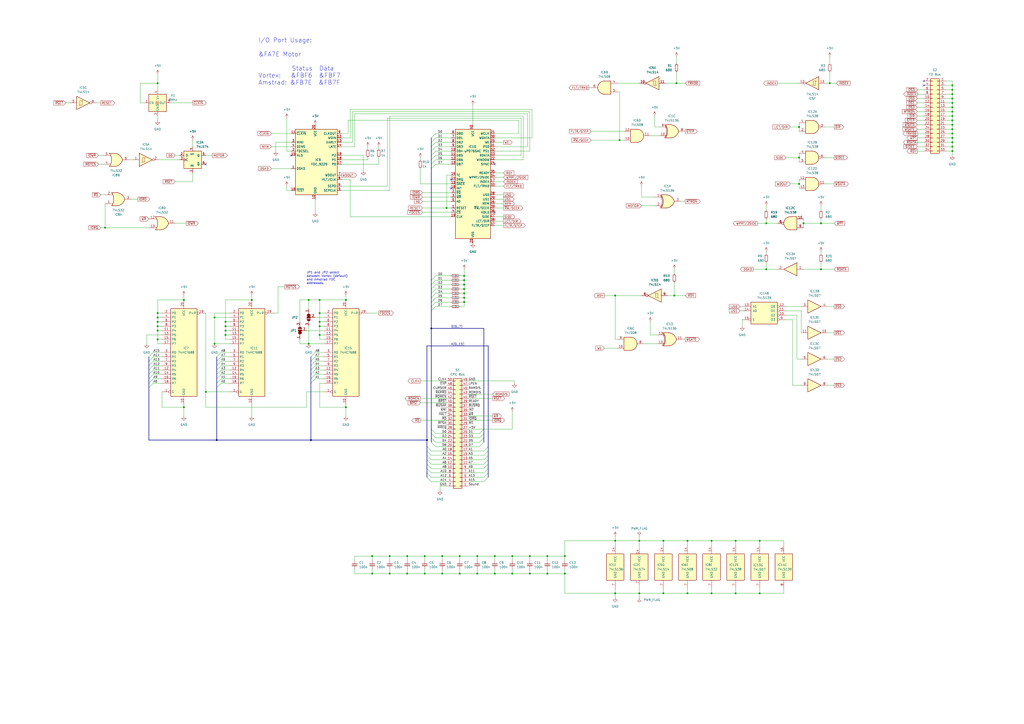
<source format=kicad_sch>
(kicad_sch (version 20230121) (generator eeschema)
  (paper "A2")
  (title_block (title "Vortex F1-D Reproduction") (date "2022-07-14") (company "Version 1.0"))
  (junction (at 552.45 77.47))
  (junction (at 226.06 322.58))
  (junction (at 398.78 313.69))
  (junction (at 119.38 227.33))
  (junction (at 226.06 332.74))
  (junction (at 215.9 332.74))
  (junction (at 356.87 313.69))
  (junction (at 256.54 332.74))
  (junction (at 476.25 129.54))
  (junction (at 287.02 332.74))
  (junction (at 463.55 73.66))
  (junction (at 269.24 162.56))
  (junction (at 91.44 186.69))
  (junction (at 356.87 171.45))
  (junction (at 130.81 186.69))
  (junction (at 370.84 313.69))
  (junction (at 370.84 344.17))
  (junction (at 91.44 184.15))
  (junction (at 130.81 189.23))
  (junction (at 236.22 332.74))
  (junction (at 130.81 194.31))
  (junction (at 91.44 181.61))
  (junction (at 297.18 332.74))
  (junction (at 552.45 72.39))
  (junction (at 297.18 322.58))
  (junction (at 259.08 120.65))
  (junction (at 269.24 175.26))
  (junction (at 179.07 173.99))
  (junction (at 200.66 236.22))
  (junction (at 481.33 48.26))
  (junction (at 247.65 255.27))
  (junction (at 440.69 344.17))
  (junction (at 185.42 186.69))
  (junction (at 124.46 199.39))
  (junction (at 327.66 332.74))
  (junction (at 552.45 85.09))
  (junction (at 130.81 191.77))
  (junction (at 552.45 52.07))
  (junction (at 398.78 344.17))
  (junction (at 215.9 322.58))
  (junction (at 269.24 165.1))
  (junction (at 412.75 313.69))
  (junction (at 463.55 91.44))
  (junction (at 384.81 313.69))
  (junction (at 276.86 322.58))
  (junction (at 106.68 236.22))
  (junction (at 269.24 170.18))
  (junction (at 91.44 191.77))
  (junction (at 179.07 199.39))
  (junction (at 384.81 344.17))
  (junction (at 317.5 322.58))
  (junction (at 317.5 332.74))
  (junction (at 476.25 156.21))
  (junction (at 552.45 74.93))
  (junction (at 60.96 132.08))
  (junction (at 269.24 172.72))
  (junction (at 552.45 64.77))
  (junction (at 124.46 184.15))
  (junction (at 185.42 173.99))
  (junction (at 185.42 181.61))
  (junction (at 266.7 332.74))
  (junction (at 125.73 255.27))
  (junction (at 356.87 344.17))
  (junction (at 185.42 189.23))
  (junction (at 444.5 156.21))
  (junction (at 552.45 57.15))
  (junction (at 307.34 332.74))
  (junction (at 200.66 173.99))
  (junction (at 466.09 129.54))
  (junction (at 256.54 322.58))
  (junction (at 440.69 313.69))
  (junction (at 269.24 167.64))
  (junction (at 552.45 49.53))
  (junction (at 287.02 322.58))
  (junction (at 180.34 255.27))
  (junction (at 276.86 332.74))
  (junction (at 552.45 82.55))
  (junction (at 552.45 67.31))
  (junction (at 185.42 194.31))
  (junction (at 463.55 106.68))
  (junction (at 552.45 80.01))
  (junction (at 146.05 173.99))
  (junction (at 246.38 322.58))
  (junction (at 359.41 81.28))
  (junction (at 106.68 173.99))
  (junction (at 426.72 313.69))
  (junction (at 444.5 129.54))
  (junction (at 412.75 344.17))
  (junction (at 91.44 189.23))
  (junction (at 269.24 160.02))
  (junction (at 426.72 344.17))
  (junction (at 392.43 48.26))
  (junction (at 552.45 69.85))
  (junction (at 246.38 332.74))
  (junction (at 91.44 196.85))
  (junction (at 307.34 322.58))
  (junction (at 236.22 322.58))
  (junction (at 91.44 48.26))
  (junction (at 327.66 322.58))
  (junction (at 391.16 171.45))
  (junction (at 552.45 87.63))
  (junction (at 250.19 190.5))
  (junction (at 552.45 59.69))
  (junction (at 552.45 54.61))
  (junction (at 552.45 62.23))
  (junction (at 266.7 322.58))
  (no_connect (at 168.91 90.17))
  (no_connect (at 261.62 104.14))
  (no_connect (at 261.62 109.22))
  (no_connect (at 119.38 95.25))
  (no_connect (at 287.02 95.25))
  (no_connect (at 535.94 46.99))
  (no_connect (at 535.94 49.53))
  (no_connect (at 287.02 123.19))
  (bus_entry (at 250.19 162.56) (size 2.54 -2.54))
  (bus_entry (at 247.65 264.16) (size 2.54 2.54))
  (bus_entry (at 128.27 214.63) (size -2.54 2.54))
  (bus_entry (at 250.19 180.34) (size 2.54 -2.54))
  (bus_entry (at 128.27 217.17) (size -2.54 2.54))
  (bus_entry (at 250.19 167.64) (size 2.54 -2.54))
  (bus_entry (at 250.19 177.8) (size 2.54 -2.54))
  (bus_entry (at 247.65 261.62) (size 2.54 2.54))
  (bus_entry (at 250.19 97.79) (size 2.54 -2.54))
  (bus_entry (at 250.19 175.26) (size 2.54 -2.54))
  (bus_entry (at 182.88 219.71) (size -2.54 2.54))
  (bus_entry (at 250.19 170.18) (size 2.54 -2.54))
  (bus_entry (at 88.9 207.01) (size -2.54 2.54))
  (bus_entry (at 88.9 209.55) (size -2.54 2.54))
  (bus_entry (at 88.9 204.47) (size -2.54 2.54))
  (bus_entry (at 128.27 204.47) (size -2.54 2.54))
  (bus_entry (at 128.27 207.01) (size -2.54 2.54))
  (bus_entry (at 88.9 214.63) (size -2.54 2.54))
  (bus_entry (at 88.9 212.09) (size -2.54 2.54))
  (bus_entry (at 128.27 209.55) (size -2.54 2.54))
  (bus_entry (at 128.27 212.09) (size -2.54 2.54))
  (bus_entry (at 88.9 222.25) (size -2.54 2.54))
  (bus_entry (at 88.9 219.71) (size -2.54 2.54))
  (bus_entry (at 88.9 217.17) (size -2.54 2.54))
  (bus_entry (at 247.65 271.78) (size 2.54 2.54))
  (bus_entry (at 247.65 266.7) (size 2.54 2.54))
  (bus_entry (at 128.27 222.25) (size -2.54 2.54))
  (bus_entry (at 182.88 214.63) (size -2.54 2.54))
  (bus_entry (at 182.88 212.09) (size -2.54 2.54))
  (bus_entry (at 128.27 219.71) (size -2.54 2.54))
  (bus_entry (at 182.88 204.47) (size -2.54 2.54))
  (bus_entry (at 250.19 165.1) (size 2.54 -2.54))
  (bus_entry (at 247.65 269.24) (size 2.54 2.54))
  (bus_entry (at 182.88 217.17) (size -2.54 2.54))
  (bus_entry (at 247.65 274.32) (size 2.54 2.54))
  (bus_entry (at 250.19 85.09) (size 2.54 -2.54))
  (bus_entry (at 250.19 80.01) (size 2.54 -2.54))
  (bus_entry (at 250.19 82.55) (size 2.54 -2.54))
  (bus_entry (at 250.19 92.71) (size 2.54 -2.54))
  (bus_entry (at 250.19 87.63) (size 2.54 -2.54))
  (bus_entry (at 250.19 90.17) (size 2.54 -2.54))
  (bus_entry (at 250.19 95.25) (size 2.54 -2.54))
  (bus_entry (at 247.65 276.86) (size 2.54 2.54))
  (bus_entry (at 250.19 172.72) (size 2.54 -2.54))
  (bus_entry (at 250.19 254) (size 2.54 2.54))
  (bus_entry (at 250.19 251.46) (size 2.54 2.54))
  (bus_entry (at 250.19 248.92) (size 2.54 2.54))
  (bus_entry (at 278.13 251.46) (size 2.54 -2.54))
  (bus_entry (at 278.13 254) (size 2.54 -2.54))
  (bus_entry (at 278.13 256.54) (size 2.54 -2.54))
  (bus_entry (at 278.13 259.08) (size 2.54 -2.54))
  (bus_entry (at 250.19 256.54) (size 2.54 2.54))
  (bus_entry (at 247.65 259.08) (size 2.54 2.54))
  (bus_entry (at 182.88 207.01) (size -2.54 2.54))
  (bus_entry (at 182.88 209.55) (size -2.54 2.54))
  (bus_entry (at 280.67 261.62) (size 2.54 -2.54))
  (bus_entry (at 280.67 279.4) (size 2.54 -2.54))
  (bus_entry (at 280.67 276.86) (size 2.54 -2.54))
  (bus_entry (at 280.67 274.32) (size 2.54 -2.54))
  (bus_entry (at 280.67 271.78) (size 2.54 -2.54))
  (bus_entry (at 280.67 266.7) (size 2.54 -2.54))
  (bus_entry (at 280.67 264.16) (size 2.54 -2.54))
  (bus_entry (at 280.67 269.24) (size 2.54 -2.54))
  (wire (pts (xy 185.42 173.99) (xy 185.42 181.61)))
  (wire (pts (xy 182.88 209.55) (xy 187.96 209.55)))
  (wire (pts (xy 436.88 156.21) (xy 444.5 156.21)))
  (wire (pts (xy 166.37 107.95) (xy 166.37 110.49)))
  (wire (pts (xy 377.19 78.74) (xy 382.27 78.74)))
  (wire (pts (xy 245.11 120.65) (xy 259.08 120.65)))
  (bus (pts (xy 180.34 212.09) (xy 180.34 214.63)))
  (wire (pts (xy 391.16 163.83) (xy 391.16 171.45)))
  (wire (pts (xy 128.27 222.25) (xy 133.35 222.25)))
  (wire (pts (xy 58.42 113.03) (xy 60.96 113.03)))
  (wire (pts (xy 266.7 160.02) (xy 269.24 160.02)))
  (wire (pts (xy 429.26 180.34) (xy 430.53 180.34)))
  (wire (pts (xy 106.68 236.22) (xy 106.68 234.95)))
  (wire (pts (xy 271.78 256.54) (xy 278.13 256.54)))
  (wire (pts (xy 88.9 204.47) (xy 93.98 204.47)))
  (wire (pts (xy 269.24 162.56) (xy 269.24 160.02)))
  (bus (pts (xy 250.19 87.63) (xy 250.19 90.17)))
  (wire (pts (xy 271.78 261.62) (xy 280.67 261.62)))
  (wire (pts (xy 317.5 332.74) (xy 307.34 332.74)))
  (wire (pts (xy 478.79 73.66) (xy 483.87 73.66)))
  (wire (pts (xy 480.06 193.04) (xy 483.87 193.04)))
  (wire (pts (xy 88.9 207.01) (xy 93.98 207.01)))
  (wire (pts (xy 252.73 175.26) (xy 261.62 175.26)))
  (wire (pts (xy 476.25 152.4) (xy 476.25 156.21)))
  (wire (pts (xy 466.09 129.54) (xy 466.09 132.08)))
  (wire (pts (xy 205.74 330.2) (xy 205.74 332.74)))
  (bus (pts (xy 86.36 219.71) (xy 86.36 222.25)))
  (bus (pts (xy 283.21 200.66) (xy 283.21 259.08)))
  (wire (pts (xy 266.7 322.58) (xy 256.54 322.58)))
  (wire (pts (xy 379.73 73.66) (xy 382.27 73.66)))
  (wire (pts (xy 548.64 52.07) (xy 552.45 52.07)))
  (wire (pts (xy 359.41 53.34) (xy 359.41 81.28)))
  (wire (pts (xy 185.42 173.99) (xy 200.66 173.99)))
  (wire (pts (xy 119.38 236.22) (xy 119.38 227.33)))
  (wire (pts (xy 111.76 105.41) (xy 111.76 100.33)))
  (wire (pts (xy 133.35 181.61) (xy 124.46 181.61)))
  (wire (pts (xy 271.78 231.14) (xy 285.75 231.14)))
  (wire (pts (xy 370.84 344.17) (xy 370.84 346.71)))
  (wire (pts (xy 203.2 125.73) (xy 261.62 125.73)))
  (wire (pts (xy 271.78 269.24) (xy 280.67 269.24)))
  (wire (pts (xy 252.73 172.72) (xy 261.62 172.72)))
  (wire (pts (xy 185.42 236.22) (xy 200.66 236.22)))
  (wire (pts (xy 392.43 41.91) (xy 392.43 48.26)))
  (wire (pts (xy 548.64 69.85) (xy 552.45 69.85)))
  (wire (pts (xy 93.98 191.77) (xy 91.44 191.77)))
  (wire (pts (xy 198.12 82.55) (xy 204.47 82.55)))
  (wire (pts (xy 455.93 180.34) (xy 464.82 180.34)))
  (wire (pts (xy 276.86 330.2) (xy 276.86 332.74)))
  (bus (pts (xy 247.65 259.08) (xy 247.65 261.62)))
  (wire (pts (xy 210.82 90.17) (xy 210.82 99.06)))
  (wire (pts (xy 271.78 243.84) (xy 285.75 243.84)))
  (wire (pts (xy 198.12 90.17) (xy 210.82 90.17)))
  (wire (pts (xy 342.9 76.2) (xy 361.95 76.2)))
  (wire (pts (xy 269.24 160.02) (xy 269.24 156.21)))
  (wire (pts (xy 81.28 48.26) (xy 91.44 48.26)))
  (wire (pts (xy 245.11 123.19) (xy 261.62 123.19)))
  (bus (pts (xy 250.19 190.5) (xy 250.19 248.92)))
  (wire (pts (xy 185.42 189.23) (xy 185.42 186.69)))
  (wire (pts (xy 462.28 208.28) (xy 462.28 182.88)))
  (wire (pts (xy 327.66 344.17) (xy 356.87 344.17)))
  (wire (pts (xy 532.13 87.63) (xy 535.94 87.63)))
  (wire (pts (xy 255.27 284.48) (xy 255.27 281.94)))
  (wire (pts (xy 187.96 186.69) (xy 185.42 186.69)))
  (wire (pts (xy 426.72 313.69) (xy 440.69 313.69)))
  (wire (pts (xy 287.02 325.12) (xy 287.02 322.58)))
  (bus (pts (xy 125.73 219.71) (xy 125.73 222.25)))
  (wire (pts (xy 455.93 177.8) (xy 464.82 177.8)))
  (wire (pts (xy 252.73 77.47) (xy 261.62 77.47)))
  (wire (pts (xy 307.34 325.12) (xy 307.34 322.58)))
  (wire (pts (xy 444.5 156.21) (xy 450.85 156.21)))
  (bus (pts (xy 250.19 190.5) (xy 280.67 190.5)))
  (wire (pts (xy 128.27 214.63) (xy 133.35 214.63)))
  (wire (pts (xy 548.64 49.53) (xy 552.45 49.53)))
  (wire (pts (xy 372.11 114.3) (xy 372.11 107.95)))
  (wire (pts (xy 266.7 330.2) (xy 266.7 332.74)))
  (wire (pts (xy 266.7 175.26) (xy 269.24 175.26)))
  (wire (pts (xy 271.78 228.6) (xy 285.75 228.6)))
  (wire (pts (xy 271.78 254) (xy 278.13 254)))
  (wire (pts (xy 250.19 269.24) (xy 259.08 269.24)))
  (wire (pts (xy 478.79 106.68) (xy 483.87 106.68)))
  (wire (pts (xy 391.16 171.45) (xy 387.35 171.45)))
  (wire (pts (xy 187.96 194.31) (xy 185.42 194.31)))
  (wire (pts (xy 356.87 311.15) (xy 356.87 313.69)))
  (wire (pts (xy 157.48 85.09) (xy 168.91 85.09)))
  (wire (pts (xy 458.47 73.66) (xy 463.55 73.66)))
  (wire (pts (xy 259.08 120.65) (xy 261.62 120.65)))
  (wire (pts (xy 93.98 199.39) (xy 91.44 199.39)))
  (bus (pts (xy 283.21 264.16) (xy 283.21 266.7)))
  (wire (pts (xy 204.47 82.55) (xy 204.47 64.77)))
  (wire (pts (xy 182.88 219.71) (xy 187.96 219.71)))
  (wire (pts (xy 245.11 116.84) (xy 261.62 116.84)))
  (wire (pts (xy 302.26 90.17) (xy 287.02 90.17)))
  (wire (pts (xy 532.13 82.55) (xy 535.94 82.55)))
  (wire (pts (xy 243.84 231.14) (xy 259.08 231.14)))
  (wire (pts (xy 205.74 322.58) (xy 215.9 322.58)))
  (wire (pts (xy 287.02 125.73) (xy 292.1 125.73)))
  (wire (pts (xy 454.66 313.69) (xy 454.66 316.23)))
  (wire (pts (xy 182.88 123.19) (xy 182.88 115.57)))
  (wire (pts (xy 200.66 236.22) (xy 200.66 241.3)))
  (wire (pts (xy 243.84 106.68) (xy 261.62 106.68)))
  (bus (pts (xy 180.34 217.17) (xy 180.34 219.71)))
  (wire (pts (xy 128.27 204.47) (xy 133.35 204.47)))
  (wire (pts (xy 128.27 207.01) (xy 133.35 207.01)))
  (wire (pts (xy 271.78 274.32) (xy 280.67 274.32)))
  (bus (pts (xy 250.19 92.71) (xy 250.19 95.25)))
  (wire (pts (xy 88.9 214.63) (xy 93.98 214.63)))
  (wire (pts (xy 201.93 69.85) (xy 300.99 69.85)))
  (wire (pts (xy 243.84 97.79) (xy 243.84 106.68)))
  (wire (pts (xy 198.12 92.71) (xy 213.36 92.71)))
  (wire (pts (xy 91.44 43.18) (xy 91.44 48.26)))
  (wire (pts (xy 297.18 332.74) (xy 287.02 332.74)))
  (wire (pts (xy 133.35 186.69) (xy 130.81 186.69)))
  (wire (pts (xy 379.73 67.31) (xy 379.73 73.66)))
  (wire (pts (xy 552.45 87.63) (xy 552.45 90.17)))
  (bus (pts (xy 250.19 170.18) (xy 250.19 172.72)))
  (bus (pts (xy 250.19 162.56) (xy 250.19 165.1)))
  (wire (pts (xy 124.46 199.39) (xy 133.35 199.39)))
  (wire (pts (xy 459.74 223.52) (xy 464.82 223.52)))
  (wire (pts (xy 182.88 212.09) (xy 187.96 212.09)))
  (wire (pts (xy 128.27 219.71) (xy 133.35 219.71)))
  (wire (pts (xy 548.64 85.09) (xy 552.45 85.09)))
  (wire (pts (xy 243.84 220.98) (xy 259.08 220.98)))
  (wire (pts (xy 463.55 104.14) (xy 463.55 106.68)))
  (wire (pts (xy 255.27 281.94) (xy 259.08 281.94)))
  (wire (pts (xy 173.99 196.85) (xy 173.99 199.39)))
  (wire (pts (xy 392.43 48.26) (xy 386.08 48.26)))
  (wire (pts (xy 182.88 214.63) (xy 187.96 214.63)))
  (wire (pts (xy 552.45 77.47) (xy 552.45 80.01)))
  (wire (pts (xy 548.64 46.99) (xy 552.45 46.99)))
  (wire (pts (xy 203.2 104.14) (xy 203.2 125.73)))
  (wire (pts (xy 552.45 80.01) (xy 552.45 82.55)))
  (wire (pts (xy 342.9 50.8) (xy 341.63 50.8)))
  (wire (pts (xy 91.44 191.77) (xy 91.44 189.23)))
  (wire (pts (xy 350.52 171.45) (xy 356.87 171.45)))
  (wire (pts (xy 532.13 62.23) (xy 535.94 62.23)))
  (wire (pts (xy 198.12 95.25) (xy 219.71 95.25)))
  (wire (pts (xy 259.08 101.6) (xy 261.62 101.6)))
  (wire (pts (xy 252.73 90.17) (xy 261.62 90.17)))
  (wire (pts (xy 269.24 172.72) (xy 269.24 170.18)))
  (bus (pts (xy 283.21 261.62) (xy 283.21 264.16)))
  (wire (pts (xy 157.48 97.79) (xy 168.91 97.79)))
  (wire (pts (xy 205.74 325.12) (xy 205.74 322.58)))
  (bus (pts (xy 250.19 167.64) (xy 250.19 170.18)))
  (wire (pts (xy 532.13 85.09) (xy 535.94 85.09)))
  (wire (pts (xy 250.19 264.16) (xy 259.08 264.16)))
  (wire (pts (xy 93.98 227.33) (xy 93.98 236.22)))
  (wire (pts (xy 130.81 173.99) (xy 146.05 173.99)))
  (wire (pts (xy 252.73 251.46) (xy 259.08 251.46)))
  (wire (pts (xy 459.74 185.42) (xy 455.93 185.42)))
  (wire (pts (xy 297.18 325.12) (xy 297.18 322.58)))
  (bus (pts (xy 250.19 90.17) (xy 250.19 92.71)))
  (wire (pts (xy 426.72 341.63) (xy 426.72 344.17)))
  (wire (pts (xy 308.61 80.01) (xy 287.02 80.01)))
  (wire (pts (xy 271.78 276.86) (xy 280.67 276.86)))
  (wire (pts (xy 256.54 322.58) (xy 246.38 322.58)))
  (wire (pts (xy 350.52 201.93) (xy 358.14 201.93)))
  (wire (pts (xy 177.8 236.22) (xy 119.38 236.22)))
  (bus (pts (xy 180.34 219.71) (xy 180.34 222.25)))
  (wire (pts (xy 128.27 217.17) (xy 133.35 217.17)))
  (wire (pts (xy 198.12 77.47) (xy 201.93 77.47)))
  (wire (pts (xy 552.45 64.77) (xy 552.45 67.31)))
  (wire (pts (xy 358.14 53.34) (xy 359.41 53.34)))
  (bus (pts (xy 283.21 269.24) (xy 283.21 271.78)))
  (wire (pts (xy 256.54 332.74) (xy 246.38 332.74)))
  (bus (pts (xy 250.19 165.1) (xy 250.19 167.64)))
  (wire (pts (xy 548.64 80.01) (xy 552.45 80.01)))
  (wire (pts (xy 58.42 132.08) (xy 60.96 132.08)))
  (wire (pts (xy 219.71 95.25) (xy 219.71 91.44)))
  (wire (pts (xy 91.44 196.85) (xy 91.44 191.77)))
  (bus (pts (xy 247.65 200.66) (xy 283.21 200.66)))
  (wire (pts (xy 300.99 77.47) (xy 287.02 77.47)))
  (wire (pts (xy 243.84 91.44) (xy 243.84 92.71)))
  (wire (pts (xy 548.64 74.93) (xy 552.45 74.93)))
  (wire (pts (xy 252.73 92.71) (xy 261.62 92.71)))
  (wire (pts (xy 201.93 77.47) (xy 201.93 69.85)))
  (wire (pts (xy 269.24 175.26) (xy 269.24 172.72)))
  (wire (pts (xy 396.24 196.85) (xy 397.51 196.85)))
  (wire (pts (xy 88.9 219.71) (xy 93.98 219.71)))
  (wire (pts (xy 552.45 46.99) (xy 552.45 49.53)))
  (wire (pts (xy 133.35 191.77) (xy 130.81 191.77)))
  (wire (pts (xy 392.43 48.26) (xy 397.51 48.26)))
  (wire (pts (xy 287.02 102.87) (xy 292.1 102.87)))
  (wire (pts (xy 532.13 77.47) (xy 535.94 77.47)))
  (wire (pts (xy 269.24 167.64) (xy 269.24 165.1)))
  (wire (pts (xy 57.15 90.17) (xy 59.69 90.17)))
  (wire (pts (xy 157.48 77.47) (xy 168.91 77.47)))
  (wire (pts (xy 203.2 63.5) (xy 308.61 63.5)))
  (wire (pts (xy 224.79 107.95) (xy 224.79 68.58)))
  (wire (pts (xy 398.78 313.69) (xy 412.75 313.69)))
  (wire (pts (xy 398.78 344.17) (xy 412.75 344.17)))
  (wire (pts (xy 476.25 127) (xy 476.25 129.54)))
  (wire (pts (xy 356.87 344.17) (xy 356.87 346.71)))
  (wire (pts (xy 252.73 80.01) (xy 261.62 80.01)))
  (wire (pts (xy 397.51 116.84) (xy 394.97 116.84)))
  (wire (pts (xy 226.06 110.49) (xy 226.06 67.31)))
  (wire (pts (xy 287.02 128.27) (xy 292.1 128.27)))
  (wire (pts (xy 168.91 87.63) (xy 166.37 87.63)))
  (wire (pts (xy 384.81 341.63) (xy 384.81 344.17)))
  (wire (pts (xy 226.06 330.2) (xy 226.06 332.74)))
  (wire (pts (xy 243.84 233.68) (xy 259.08 233.68)))
  (wire (pts (xy 307.34 322.58) (xy 317.5 322.58)))
  (wire (pts (xy 274.32 60.96) (xy 274.32 72.39)))
  (wire (pts (xy 476.25 119.38) (xy 476.25 121.92)))
  (wire (pts (xy 124.46 184.15) (xy 133.35 184.15)))
  (wire (pts (xy 356.87 196.85) (xy 358.14 196.85)))
  (wire (pts (xy 266.7 172.72) (xy 269.24 172.72)))
  (wire (pts (xy 266.7 325.12) (xy 266.7 322.58)))
  (wire (pts (xy 203.2 80.01) (xy 203.2 63.5)))
  (wire (pts (xy 440.69 344.17) (xy 426.72 344.17)))
  (wire (pts (xy 463.55 93.98) (xy 463.55 91.44)))
  (wire (pts (xy 130.81 173.99) (xy 130.81 186.69)))
  (wire (pts (xy 552.45 85.09) (xy 552.45 87.63)))
  (wire (pts (xy 128.27 212.09) (xy 133.35 212.09)))
  (wire (pts (xy 173.99 199.39) (xy 179.07 199.39)))
  (wire (pts (xy 93.98 194.31) (xy 85.09 194.31)))
  (wire (pts (xy 266.7 167.64) (xy 269.24 167.64)))
  (wire (pts (xy 548.64 59.69) (xy 552.45 59.69)))
  (wire (pts (xy 412.75 313.69) (xy 412.75 316.23)))
  (wire (pts (xy 480.06 208.28) (xy 483.87 208.28)))
  (bus (pts (xy 180.34 255.27) (xy 247.65 255.27)))
  (wire (pts (xy 439.42 129.54) (xy 444.5 129.54)))
  (wire (pts (xy 276.86 322.58) (xy 266.7 322.58)))
  (wire (pts (xy 306.07 66.04) (xy 306.07 85.09)))
  (wire (pts (xy 454.66 341.63) (xy 454.66 344.17)))
  (bus (pts (xy 280.67 254) (xy 280.67 256.54)))
  (bus (pts (xy 125.73 207.01) (xy 125.73 209.55)))
  (wire (pts (xy 269.24 177.8) (xy 269.24 175.26)))
  (wire (pts (xy 266.7 170.18) (xy 269.24 170.18)))
  (bus (pts (xy 247.65 274.32) (xy 247.65 276.86)))
  (bus (pts (xy 125.73 255.27) (xy 180.34 255.27)))
  (bus (pts (xy 86.36 217.17) (xy 86.36 219.71)))
  (wire (pts (xy 317.5 330.2) (xy 317.5 332.74)))
  (wire (pts (xy 38.1 59.69) (xy 40.64 59.69)))
  (wire (pts (xy 91.44 173.99) (xy 91.44 181.61)))
  (bus (pts (xy 283.21 266.7) (xy 283.21 269.24)))
  (wire (pts (xy 83.82 59.69) (xy 81.28 59.69)))
  (wire (pts (xy 548.64 57.15) (xy 552.45 57.15)))
  (wire (pts (xy 552.45 72.39) (xy 552.45 74.93)))
  (wire (pts (xy 412.75 344.17) (xy 426.72 344.17)))
  (wire (pts (xy 356.87 171.45) (xy 356.87 196.85)))
  (wire (pts (xy 463.55 48.26) (xy 450.85 48.26)))
  (wire (pts (xy 161.29 166.37) (xy 165.1 166.37)))
  (wire (pts (xy 317.5 322.58) (xy 327.66 322.58)))
  (wire (pts (xy 485.14 48.26) (xy 481.33 48.26)))
  (bus (pts (xy 283.21 271.78) (xy 283.21 274.32)))
  (wire (pts (xy 552.45 69.85) (xy 552.45 72.39)))
  (wire (pts (xy 532.13 54.61) (xy 535.94 54.61)))
  (bus (pts (xy 247.65 271.78) (xy 247.65 274.32)))
  (wire (pts (xy 287.02 118.11) (xy 292.1 118.11)))
  (wire (pts (xy 532.13 64.77) (xy 535.94 64.77)))
  (wire (pts (xy 93.98 196.85) (xy 91.44 196.85)))
  (wire (pts (xy 187.96 227.33) (xy 177.8 227.33)))
  (wire (pts (xy 297.18 330.2) (xy 297.18 332.74)))
  (wire (pts (xy 250.19 276.86) (xy 259.08 276.86)))
  (wire (pts (xy 548.64 62.23) (xy 552.45 62.23)))
  (wire (pts (xy 130.81 196.85) (xy 130.81 194.31)))
  (wire (pts (xy 91.44 48.26) (xy 91.44 52.07)))
  (wire (pts (xy 219.71 85.09) (xy 219.71 86.36)))
  (wire (pts (xy 236.22 330.2) (xy 236.22 332.74)))
  (wire (pts (xy 252.73 95.25) (xy 261.62 95.25)))
  (wire (pts (xy 76.2 115.57) (xy 80.01 115.57)))
  (bus (pts (xy 283.21 274.32) (xy 283.21 276.86)))
  (wire (pts (xy 297.18 248.92) (xy 297.18 238.76)))
  (wire (pts (xy 552.45 82.55) (xy 552.45 85.09)))
  (wire (pts (xy 160.02 82.55) (xy 160.02 87.63)))
  (wire (pts (xy 552.45 62.23) (xy 552.45 64.77)))
  (wire (pts (xy 185.42 222.25) (xy 185.42 236.22)))
  (bus (pts (xy 250.19 180.34) (xy 250.19 190.5)))
  (wire (pts (xy 252.73 254) (xy 259.08 254)))
  (wire (pts (xy 250.19 279.4) (xy 259.08 279.4)))
  (wire (pts (xy 93.98 236.22) (xy 106.68 236.22)))
  (wire (pts (xy 552.45 59.69) (xy 552.45 62.23)))
  (wire (pts (xy 391.16 156.21) (xy 391.16 158.75)))
  (wire (pts (xy 179.07 189.23) (xy 179.07 199.39)))
  (wire (pts (xy 177.8 227.33) (xy 177.8 236.22)))
  (wire (pts (xy 146.05 234.95) (xy 146.05 241.3)))
  (wire (pts (xy 532.13 52.07) (xy 535.94 52.07)))
  (bus (pts (xy 125.73 209.55) (xy 125.73 212.09)))
  (wire (pts (xy 287.02 82.55) (xy 292.1 82.55)))
  (wire (pts (xy 91.44 181.61) (xy 93.98 181.61)))
  (wire (pts (xy 356.87 341.63) (xy 356.87 344.17)))
  (wire (pts (xy 430.53 185.42) (xy 430.53 189.23)))
  (wire (pts (xy 226.06 332.74) (xy 215.9 332.74)))
  (wire (pts (xy 271.78 279.4) (xy 280.67 279.4)))
  (wire (pts (xy 548.64 87.63) (xy 552.45 87.63)))
  (wire (pts (xy 307.34 330.2) (xy 307.34 332.74)))
  (wire (pts (xy 303.53 67.31) (xy 303.53 92.71)))
  (wire (pts (xy 464.82 193.04) (xy 464.82 180.34)))
  (wire (pts (xy 236.22 322.58) (xy 226.06 322.58)))
  (wire (pts (xy 93.98 189.23) (xy 91.44 189.23)))
  (bus (pts (xy 180.34 222.25) (xy 180.34 255.27)))
  (wire (pts (xy 133.35 189.23) (xy 130.81 189.23)))
  (wire (pts (xy 377.19 194.31) (xy 377.19 186.69)))
  (wire (pts (xy 370.84 311.15) (xy 370.84 313.69)))
  (wire (pts (xy 455.93 182.88) (xy 462.28 182.88)))
  (wire (pts (xy 372.11 171.45) (xy 356.87 171.45)))
  (wire (pts (xy 412.75 313.69) (xy 426.72 313.69)))
  (bus (pts (xy 125.73 217.17) (xy 125.73 219.71)))
  (bus (pts (xy 247.65 200.66) (xy 247.65 255.27)))
  (wire (pts (xy 259.08 101.6) (xy 259.08 120.65)))
  (wire (pts (xy 81.28 59.69) (xy 81.28 48.26)))
  (wire (pts (xy 444.5 152.4) (xy 444.5 156.21)))
  (wire (pts (xy 198.12 104.14) (xy 203.2 104.14)))
  (wire (pts (xy 454.66 344.17) (xy 440.69 344.17)))
  (wire (pts (xy 88.9 217.17) (xy 93.98 217.17)))
  (wire (pts (xy 205.74 85.09) (xy 205.74 66.04)))
  (wire (pts (xy 384.81 313.69) (xy 398.78 313.69)))
  (wire (pts (xy 463.55 88.9) (xy 463.55 91.44)))
  (wire (pts (xy 478.79 91.44) (xy 483.87 91.44)))
  (wire (pts (xy 91.44 184.15) (xy 91.44 181.61)))
  (wire (pts (xy 205.74 66.04) (xy 306.07 66.04)))
  (wire (pts (xy 398.78 341.63) (xy 398.78 344.17)))
  (wire (pts (xy 287.02 330.2) (xy 287.02 332.74)))
  (wire (pts (xy 412.75 341.63) (xy 412.75 344.17)))
  (wire (pts (xy 327.66 313.69) (xy 356.87 313.69)))
  (wire (pts (xy 245.11 114.3) (xy 261.62 114.3)))
  (bus (pts (xy 86.36 209.55) (xy 86.36 212.09)))
  (wire (pts (xy 128.27 209.55) (xy 133.35 209.55)))
  (wire (pts (xy 327.66 332.74) (xy 327.66 344.17)))
  (wire (pts (xy 166.37 110.49) (xy 168.91 110.49)))
  (wire (pts (xy 252.73 170.18) (xy 261.62 170.18)))
  (bus (pts (xy 250.19 80.01) (xy 250.19 82.55)))
  (wire (pts (xy 271.78 241.3) (xy 285.75 241.3)))
  (wire (pts (xy 252.73 259.08) (xy 259.08 259.08)))
  (wire (pts (xy 252.73 82.55) (xy 261.62 82.55)))
  (wire (pts (xy 111.76 81.28) (xy 111.76 85.09)))
  (wire (pts (xy 444.5 129.54) (xy 450.85 129.54)))
  (wire (pts (xy 476.25 146.05) (xy 476.25 147.32)))
  (wire (pts (xy 185.42 173.99) (xy 179.07 173.99)))
  (wire (pts (xy 252.73 87.63) (xy 261.62 87.63)))
  (wire (pts (xy 271.78 271.78) (xy 280.67 271.78)))
  (wire (pts (xy 532.13 69.85) (xy 535.94 69.85)))
  (wire (pts (xy 370.84 344.17) (xy 356.87 344.17)))
  (wire (pts (xy 182.88 217.17) (xy 187.96 217.17)))
  (wire (pts (xy 392.43 33.02) (xy 392.43 36.83)))
  (wire (pts (xy 459.74 185.42) (xy 459.74 223.52)))
  (wire (pts (xy 243.84 243.84) (xy 259.08 243.84)))
  (wire (pts (xy 252.73 162.56) (xy 261.62 162.56)))
  (bus (pts (xy 247.65 261.62) (xy 247.65 264.16)))
  (bus (pts (xy 250.19 82.55) (xy 250.19 85.09)))
  (wire (pts (xy 552.45 67.31) (xy 552.45 69.85)))
  (bus (pts (xy 250.19 254) (xy 250.19 256.54)))
  (wire (pts (xy 106.68 171.45) (xy 106.68 173.99)))
  (bus (pts (xy 180.34 207.01) (xy 180.34 209.55)))
  (wire (pts (xy 246.38 325.12) (xy 246.38 322.58)))
  (wire (pts (xy 74.93 92.71) (xy 76.962 92.71)))
  (wire (pts (xy 124.46 184.15) (xy 124.46 199.39)))
  (wire (pts (xy 373.38 199.39) (xy 381 199.39)))
  (bus (pts (xy 280.67 248.92) (xy 280.67 251.46)))
  (wire (pts (xy 552.45 74.93) (xy 552.45 77.47)))
  (bus (pts (xy 86.36 255.27) (xy 125.73 255.27)))
  (wire (pts (xy 298.45 220.98) (xy 271.78 220.98)))
  (bus (pts (xy 250.19 175.26) (xy 250.19 177.8)))
  (wire (pts (xy 250.19 271.78) (xy 259.08 271.78)))
  (wire (pts (xy 361.95 81.28) (xy 359.41 81.28)))
  (wire (pts (xy 266.7 162.56) (xy 269.24 162.56)))
  (wire (pts (xy 224.79 68.58) (xy 302.26 68.58)))
  (wire (pts (xy 161.29 181.61) (xy 158.75 181.61)))
  (wire (pts (xy 187.96 196.85) (xy 185.42 196.85)))
  (bus (pts (xy 86.36 214.63) (xy 86.36 217.17)))
  (wire (pts (xy 463.55 73.66) (xy 463.55 76.2)))
  (wire (pts (xy 297.18 322.58) (xy 287.02 322.58)))
  (wire (pts (xy 384.81 313.69) (xy 384.81 316.23)))
  (wire (pts (xy 133.35 196.85) (xy 130.81 196.85)))
  (bus (pts (xy 247.65 255.27) (xy 247.65 259.08)))
  (wire (pts (xy 298.45 222.25) (xy 298.45 220.98)))
  (wire (pts (xy 287.02 100.33) (xy 292.1 100.33)))
  (wire (pts (xy 119.38 227.33) (xy 133.35 227.33)))
  (wire (pts (xy 266.7 177.8) (xy 269.24 177.8)))
  (bus (pts (xy 250.19 97.79) (xy 250.19 162.56)))
  (wire (pts (xy 481.33 48.26) (xy 478.79 48.26)))
  (wire (pts (xy 440.69 313.69) (xy 454.66 313.69)))
  (wire (pts (xy 91.44 199.39) (xy 91.44 196.85)))
  (wire (pts (xy 426.72 313.69) (xy 426.72 316.23)))
  (wire (pts (xy 236.22 332.74) (xy 226.06 332.74)))
  (wire (pts (xy 91.44 67.31) (xy 91.44 69.85)))
  (wire (pts (xy 185.42 181.61) (xy 185.42 186.69)))
  (wire (pts (xy 198.12 107.95) (xy 224.79 107.95)))
  (wire (pts (xy 548.64 72.39) (xy 552.45 72.39)))
  (bus (pts (xy 125.73 214.63) (xy 125.73 217.17)))
  (wire (pts (xy 463.55 106.68) (xy 463.55 109.22)))
  (wire (pts (xy 187.96 184.15) (xy 182.88 184.15)))
  (wire (pts (xy 356.87 313.69) (xy 356.87 316.23)))
  (wire (pts (xy 317.5 325.12) (xy 317.5 322.58)))
  (wire (pts (xy 271.78 259.08) (xy 278.13 259.08)))
  (wire (pts (xy 246.38 322.58) (xy 236.22 322.58)))
  (wire (pts (xy 215.9 332.74) (xy 215.9 330.2)))
  (wire (pts (xy 370.84 313.69) (xy 370.84 318.77)))
  (wire (pts (xy 462.28 208.28) (xy 464.82 208.28)))
  (bus (pts (xy 250.19 85.09) (xy 250.19 87.63)))
  (wire (pts (xy 252.73 256.54) (xy 259.08 256.54)))
  (wire (pts (xy 252.73 160.02) (xy 261.62 160.02)))
  (wire (pts (xy 246.38 332.74) (xy 236.22 332.74)))
  (wire (pts (xy 302.26 68.58) (xy 302.26 90.17)))
  (bus (pts (xy 250.19 95.25) (xy 250.19 97.79)))
  (wire (pts (xy 92.202 92.71) (xy 104.14 92.71)))
  (wire (pts (xy 327.66 332.74) (xy 317.5 332.74)))
  (bus (pts (xy 180.34 214.63) (xy 180.34 217.17)))
  (wire (pts (xy 548.64 67.31) (xy 552.45 67.31)))
  (wire (pts (xy 287.02 332.74) (xy 276.86 332.74)))
  (wire (pts (xy 106.68 241.3) (xy 106.68 236.22)))
  (wire (pts (xy 276.86 325.12) (xy 276.86 322.58)))
  (bus (pts (xy 86.36 207.01) (xy 86.36 209.55)))
  (wire (pts (xy 303.53 92.71) (xy 287.02 92.71)))
  (wire (pts (xy 370.84 313.69) (xy 384.81 313.69)))
  (wire (pts (xy 168.91 82.55) (xy 160.02 82.55)))
  (wire (pts (xy 307.34 64.77) (xy 307.34 87.63)))
  (wire (pts (xy 166.37 87.63) (xy 166.37 68.58)))
  (wire (pts (xy 252.73 85.09) (xy 261.62 85.09)))
  (wire (pts (xy 271.78 264.16) (xy 280.67 264.16)))
  (wire (pts (xy 548.64 77.47) (xy 552.45 77.47)))
  (wire (pts (xy 532.13 80.01) (xy 535.94 80.01)))
  (wire (pts (xy 287.02 113.03) (xy 292.1 113.03)))
  (wire (pts (xy 463.55 71.12) (xy 463.55 73.66)))
  (wire (pts (xy 287.02 105.41) (xy 292.1 105.41)))
  (wire (pts (xy 552.45 54.61) (xy 552.45 57.15)))
  (wire (pts (xy 287.02 120.65) (xy 292.1 120.65)))
  (wire (pts (xy 91.44 173.99) (xy 106.68 173.99)))
  (wire (pts (xy 130.81 194.31) (xy 130.81 191.77)))
  (wire (pts (xy 250.19 266.7) (xy 259.08 266.7)))
  (wire (pts (xy 60.96 132.08) (xy 86.36 132.08)))
  (wire (pts (xy 370.84 48.26) (xy 358.14 48.26)))
  (wire (pts (xy 187.96 189.23) (xy 185.42 189.23)))
  (wire (pts (xy 466.09 127) (xy 466.09 129.54)))
  (wire (pts (xy 119.38 181.61) (xy 119.38 227.33)))
  (wire (pts (xy 88.9 209.55) (xy 93.98 209.55)))
  (wire (pts (xy 476.25 156.21) (xy 466.09 156.21)))
  (bus (pts (xy 250.19 251.46) (xy 250.19 254)))
  (wire (pts (xy 177.8 191.77) (xy 187.96 191.77)))
  (wire (pts (xy 57.15 95.25) (xy 59.69 95.25)))
  (wire (pts (xy 444.5 119.38) (xy 444.5 121.92)))
  (wire (pts (xy 481.33 33.02) (xy 481.33 36.83)))
  (wire (pts (xy 327.66 330.2) (xy 327.66 332.74)))
  (wire (pts (xy 226.06 322.58) (xy 215.9 322.58)))
  (wire (pts (xy 91.44 189.23) (xy 91.44 186.69)))
  (wire (pts (xy 370.84 339.09) (xy 370.84 344.17)))
  (bus (pts (xy 250.19 172.72) (xy 250.19 175.26)))
  (wire (pts (xy 381 194.31) (xy 377.19 194.31)))
  (wire (pts (xy 481.33 41.91) (xy 481.33 48.26)))
  (wire (pts (xy 276.86 332.74) (xy 266.7 332.74)))
  (wire (pts (xy 398.78 313.69) (xy 398.78 316.23)))
  (wire (pts (xy 179.07 173.99) (xy 179.07 179.07)))
  (wire (pts (xy 182.88 204.47) (xy 187.96 204.47)))
  (wire (pts (xy 379.73 114.3) (xy 372.11 114.3)))
  (wire (pts (xy 101.6 90.17) (xy 104.14 90.17)))
  (wire (pts (xy 548.64 82.55) (xy 552.45 82.55)))
  (wire (pts (xy 552.45 57.15) (xy 552.45 59.69)))
  (wire (pts (xy 250.19 274.32) (xy 259.08 274.32)))
  (wire (pts (xy 101.6 129.54) (xy 107.95 129.54)))
  (wire (pts (xy 327.66 325.12) (xy 327.66 322.58)))
  (wire (pts (xy 280.67 248.92) (xy 297.18 248.92)))
  (wire (pts (xy 548.64 64.77) (xy 552.45 64.77)))
  (wire (pts (xy 85.09 194.31) (xy 85.09 199.39)))
  (wire (pts (xy 287.02 130.81) (xy 292.1 130.81)))
  (bus (pts (xy 250.19 177.8) (xy 250.19 180.34)))
  (wire (pts (xy 548.64 54.61) (xy 552.45 54.61)))
  (wire (pts (xy 458.47 106.68) (xy 463.55 106.68)))
  (wire (pts (xy 226.06 325.12) (xy 226.06 322.58)))
  (wire (pts (xy 269.24 170.18) (xy 269.24 167.64)))
  (wire (pts (xy 269.24 165.1) (xy 269.24 162.56)))
  (wire (pts (xy 252.73 165.1) (xy 261.62 165.1)))
  (wire (pts (xy 271.78 251.46) (xy 278.13 251.46)))
  (wire (pts (xy 246.38 330.2) (xy 246.38 332.74)))
  (wire (pts (xy 204.47 64.77) (xy 307.34 64.77)))
  (wire (pts (xy 307.34 87.63) (xy 287.02 87.63)))
  (wire (pts (xy 119.38 90.17) (xy 123.19 90.17)))
  (wire (pts (xy 480.06 177.8) (xy 483.87 177.8)))
  (bus (pts (xy 86.36 224.79) (xy 86.36 255.27)))
  (wire (pts (xy 300.99 69.85) (xy 300.99 77.47)))
  (wire (pts (xy 185.42 196.85) (xy 185.42 194.31)))
  (wire (pts (xy 93.98 184.15) (xy 91.44 184.15)))
  (wire (pts (xy 88.9 212.09) (xy 93.98 212.09)))
  (wire (pts (xy 476.25 156.21) (xy 483.87 156.21)))
  (wire (pts (xy 198.12 110.49) (xy 226.06 110.49)))
  (bus (pts (xy 86.36 222.25) (xy 86.36 224.79)))
  (wire (pts (xy 213.36 85.09) (xy 213.36 86.36)))
  (wire (pts (xy 327.66 322.58) (xy 327.66 313.69)))
  (wire (pts (xy 444.5 146.05) (xy 444.5 147.32)))
  (wire (pts (xy 440.69 313.69) (xy 440.69 316.23)))
  (wire (pts (xy 287.02 115.57) (xy 292.1 115.57)))
  (wire (pts (xy 91.44 186.69) (xy 91.44 184.15)))
  (wire (pts (xy 173.99 173.99) (xy 179.07 173.99)))
  (wire (pts (xy 532.13 57.15) (xy 535.94 57.15)))
  (wire (pts (xy 266.7 165.1) (xy 269.24 165.1)))
  (wire (pts (xy 306.07 85.09) (xy 287.02 85.09)))
  (wire (pts (xy 198.12 80.01) (xy 203.2 80.01)))
  (wire (pts (xy 200.66 171.45) (xy 200.66 173.99)))
  (wire (pts (xy 280.67 248.92) (xy 271.78 248.92)))
  (bus (pts (xy 247.65 269.24) (xy 247.65 271.78)))
  (wire (pts (xy 398.78 344.17) (xy 384.81 344.17)))
  (wire (pts (xy 440.69 341.63) (xy 440.69 344.17)))
  (wire (pts (xy 60.96 118.11) (xy 60.96 132.08)))
  (wire (pts (xy 161.29 181.61) (xy 161.29 166.37)))
  (wire (pts (xy 266.7 332.74) (xy 256.54 332.74)))
  (bus (pts (xy 247.65 264.16) (xy 247.65 266.7)))
  (bus (pts (xy 280.67 251.46) (xy 280.67 254)))
  (wire (pts (xy 384.81 344.17) (xy 370.84 344.17)))
  (wire (pts (xy 287.02 322.58) (xy 276.86 322.58)))
  (wire (pts (xy 256.54 330.2) (xy 256.54 332.74)))
  (wire (pts (xy 252.73 177.8) (xy 261.62 177.8)))
  (wire (pts (xy 205.74 332.74) (xy 215.9 332.74)))
  (wire (pts (xy 397.51 171.45) (xy 391.16 171.45)))
  (wire (pts (xy 130.81 189.23) (xy 130.81 186.69)))
  (wire (pts (xy 245.11 111.76) (xy 261.62 111.76)))
  (wire (pts (xy 308.61 63.5) (xy 308.61 80.01)))
  (bus (pts (xy 180.34 209.55) (xy 180.34 212.09)))
  (wire (pts (xy 532.13 72.39) (xy 535.94 72.39)))
  (wire (pts (xy 55.88 59.69) (xy 58.42 59.69)))
  (wire (pts (xy 185.42 181.61) (xy 187.96 181.61)))
  (wire (pts (xy 271.78 266.7) (xy 280.67 266.7)))
  (wire (pts (xy 124.46 181.61) (xy 124.46 184.15)))
  (wire (pts (xy 307.34 332.74) (xy 297.18 332.74)))
  (wire (pts (xy 146.05 171.45) (xy 146.05 173.99)))
  (bus (pts (xy 280.67 190.5) (xy 280.67 248.92)))
  (wire (pts (xy 252.73 167.64) (xy 261.62 167.64)))
  (wire (pts (xy 476.25 129.54) (xy 483.87 129.54)))
  (bus (pts (xy 86.36 212.09) (xy 86.36 214.63)))
  (wire (pts (xy 93.98 186.69) (xy 91.44 186.69)))
  (wire (pts (xy 480.06 223.52) (xy 483.87 223.52)))
  (wire (pts (xy 552.45 52.07) (xy 552.45 54.61)))
  (wire (pts (xy 455.93 91.44) (xy 463.55 91.44)))
  (wire (pts (xy 215.9 322.58) (xy 215.9 325.12)))
  (wire (pts (xy 101.6 105.41) (xy 111.76 105.41)))
  (wire (pts (xy 552.45 49.53) (xy 552.45 52.07)))
  (wire (pts (xy 200.66 234.95) (xy 200.66 236.22)))
  (wire (pts (xy 213.36 92.71) (xy 213.36 91.44)))
  (bus (pts (xy 125.73 224.79) (xy 125.73 255.27)))
  (wire (pts (xy 532.13 74.93) (xy 535.94 74.93)))
  (wire (pts (xy 342.9 81.28) (xy 359.41 81.28)))
  (wire (pts (xy 187.96 199.39) (xy 179.07 199.39)))
  (bus (pts (xy 250.19 248.92) (xy 250.19 251.46)))
  (wire (pts (xy 250.19 261.62) (xy 259.08 261.62)))
  (wire (pts (xy 236.22 325.12) (xy 236.22 322.58)))
  (wire (pts (xy 88.9 222.25) (xy 93.98 222.25)))
  (wire (pts (xy 213.36 181.61) (xy 219.71 181.61)))
  (bus (pts (xy 283.21 259.08) (xy 283.21 261.62)))
  (wire (pts (xy 99.06 59.69) (xy 111.76 59.69)))
  (wire (pts (xy 307.34 322.58) (xy 297.18 322.58)))
  (wire (pts (xy 187.96 222.25) (xy 185.42 222.25)))
  (wire (pts (xy 429.26 177.8) (xy 430.53 177.8)))
  (wire (pts (xy 185.42 189.23) (xy 185.42 194.31)))
  (wire (pts (xy 287.02 107.95) (xy 292.1 107.95)))
  (bus (pts (xy 247.65 266.7) (xy 247.65 269.24)))
  (wire (pts (xy 532.13 59.69) (xy 535.94 59.69)))
  (wire (pts (xy 226.06 67.31) (xy 303.53 67.31)))
  (wire (pts (xy 466.09 129.54) (xy 476.25 129.54)))
  (wire (pts (xy 256.54 325.12) (xy 256.54 322.58)))
  (wire (pts (xy 133.35 194.31) (xy 130.81 194.31)))
  (wire (pts (xy 130.81 191.77) (xy 130.81 189.23)))
  (bus (pts (xy 125.73 222.25) (xy 125.73 224.79)))
  (wire (pts (xy 198.12 85.09) (xy 205.74 85.09)))
  (wire (pts (xy 182.88 207.01) (xy 187.96 207.01)))
  (wire (pts (xy 356.87 313.69) (xy 370.84 313.69)))
  (bus (pts (xy 125.73 212.09) (xy 125.73 214.63)))
  (wire (pts (xy 173.99 186.69) (xy 173.99 173.99)))
  (wire (pts (xy 372.11 119.38) (xy 379.73 119.38)))
  (wire (pts (xy 532.13 67.31) (xy 535.94 67.31)))
  (wire (pts (xy 444.5 129.54) (xy 444.5 127)))
  (text "JP1 and JP2 select\nbetween Vortex (default)\nand Amstrad FDC \naddresses." (at 177.8 165.1 0) (effects (font (size 1.27 1.27)) (justify left bottom)))
  (text "I/O Port Usage:\n\n&FA7E Motor\n\n          Status  Data\nVortex:   &FBF6  &FBF7\nAmstrad: &FB7E  &FB7F" (at 149.86 49.53 0) (effects (font (size 2.54 2.54)) (justify left bottom)))
  (label "~{HALT}" (at 259.08 241.3 180))
  (label "A6" (at 88.9 222.25 0))
  (label "D3" (at 271.78 254 0))
  (label "A13" (at 271.78 276.86 0))
  (label "A14" (at 88.9 207.01 0))
  (label "~{WR}" (at 271.78 241.3 0))
  (label "READY" (at 271.78 233.68 0))
  (label "A0" (at 259.08 261.62 180))
  (label "D0" (at 254 160.02 0))
  (label "D1" (at 271.78 251.46 0))
  (label "~{MREQ}" (at 259.08 248.92 180))
  (label "~{BUSAK}" (at 259.08 236.22 180))
  (label "D[0..7]" (at 261.62 190.5 0))
  (label "D1" (at 254 80.01 0))
  (label "A11" (at 88.9 214.63 0))
  (label "A15" (at 271.78 279.4 0))
  (label "A14" (at 259.08 279.4 180))
  (label "~{NMI}" (at 259.08 238.76 180))
  (label "A8" (at 259.08 271.78 180))
  (label "~{RSET}" (at 271.78 231.14 0))
  (label "A12" (at 88.9 212.09 0))
  (label "~{IORQ}" (at 271.78 243.84 0))
  (label "~{BUSRQ}" (at 271.78 236.22 0))
  (label "A5" (at 271.78 266.7 0))
  (label "D6" (at 259.08 259.08 180))
  (label "D3" (at 254 85.09 0))
  (label "A13" (at 88.9 209.55 0))
  (label "A9" (at 271.78 271.78 0))
  (label "D2" (at 254 165.1 0))
  (label "D5" (at 271.78 256.54 0))
  (label "A3" (at 182.88 214.63 0))
  (label "A8" (at 182.88 204.47 0))
  (label "A2" (at 128.27 217.17 0))
  (label "~{M1}" (at 271.78 246.38 0))
  (label "CLK4" (at 259.08 220.98 180))
  (label "D6" (at 254 92.71 0))
  (label "A10" (at 88.9 217.17 0))
  (label "~{RAMRD}" (at 259.08 228.6 180))
  (label "A2" (at 259.08 264.16 180))
  (label "~{EXP}" (at 259.08 223.52 180))
  (label "D3" (at 254 167.64 0))
  (label "A5" (at 182.88 209.55 0))
  (label "ROMDIS" (at 271.78 228.6 0))
  (label "A2" (at 182.88 217.17 0))
  (label "~{INT}" (at 271.78 238.76 0))
  (label "A15" (at 88.9 204.47 0))
  (label "~{ROMEN}" (at 259.08 231.14 180))
  (label "A1" (at 182.88 219.71 0))
  (label "A12" (at 259.08 276.86 180))
  (label "A[0..15]" (at 261.62 200.66 0))
  (label "A5" (at 128.27 209.55 0))
  (label "D2" (at 254 82.55 0))
  (label "A10" (at 259.08 274.32 180))
  (label "A7" (at 128.27 207.01 0))
  (label "~{RD}" (at 259.08 243.84 180))
  (label "A6" (at 259.08 269.24 180))
  (label "CURSOR" (at 259.08 226.06 180))
  (label "A3" (at 128.27 214.63 0))
  (label "Sound" (at 271.78 281.94 0))
  (label "~{BRST}" (at 259.08 233.68 180))
  (label "D2" (at 259.08 254 180))
  (label "D4" (at 254 87.63 0))
  (label "A0" (at 128.27 222.25 0))
  (label "D1" (at 254 162.56 0))
  (label "A3" (at 271.78 264.16 0))
  (label "RAMDIS" (at 271.78 226.06 0))
  (label "D0" (at 254 77.47 0))
  (label "LPEN" (at 271.78 223.52 0))
  (label "A4" (at 259.08 266.7 180))
  (label "D7" (at 254 177.8 0))
  (label "A4" (at 128.27 212.09 0))
  (label "D4" (at 254 170.18 0))
  (label "A1" (at 128.27 219.71 0))
  (label "A9" (at 88.9 219.71 0))
  (label "~{RFSH}" (at 259.08 246.38 180))
  (label "D0" (at 259.08 251.46 180))
  (label "GND" (at 259.08 281.94 180))
  (label "D5" (at 254 172.72 0))
  (label "A7" (at 271.78 269.24 0))
  (label "A7" (at 182.88 207.01 0))
  (label "A4" (at 182.88 212.09 0))
  (label "A1" (at 271.78 261.62 0))
  (label "D7" (at 254 95.25 0))
  (label "+5V" (at 271.78 248.92 0))
  (label "D5" (at 254 90.17 0))
  (label "A8" (at 128.27 204.47 0))
  (label "D6" (at 254 175.26 0))
  (label "A11" (at 271.78 274.32 0))
  (label "D4" (at 259.08 256.54 180))
  (label "GND" (at 271.78 220.98 0))
  (label "D7" (at 271.78 259.08 0))
  (global_label "~{RDY}" (shape output) (at 532.13 87.63 180) (property "Intersheetrefs" "${INTERSHEET_REFS}" (effects hide)))
  (global_label "~{TRK00}" (shape output) (at 532.13 77.47 180) (property "Intersheetrefs" "${INTERSHEET_REFS}" (effects hide)))
  (global_label "WDOUT" (shape output) (at 198.12 101.6 0) (property "Intersheetrefs" "${INTERSHEET_REFS}" (effects hide)))
  (global_label "US1" (shape input) (at 429.26 180.34 180) (property "Intersheetrefs" "${INTERSHEET_REFS}" (effects hide)))
  (global_label "~{WR}" (shape input) (at 86.36 127 180) (property "Intersheetrefs" "${INTERSHEET_REFS}" (effects hide)))
  (global_label "~{FDCCS}" (shape output) (at 219.71 181.61 0) (property "Intersheetrefs" "${INTERSHEET_REFS}" (effects hide)))
  (global_label "RDY" (shape input) (at 292.1 100.33 0) (property "Intersheetrefs" "${INTERSHEET_REFS}" (effects hide)))
  (global_label "~{RDATA}" (shape input) (at 483.87 156.21 0) (property "Intersheetrefs" "${INTERSHEET_REFS}" (effects hide)))
  (global_label "SIDE" (shape input) (at 455.93 91.44 180) (property "Intersheetrefs" "${INTERSHEET_REFS}" (effects hide)))
  (global_label "~{WGATE}" (shape input) (at 532.13 74.93 180) (property "Intersheetrefs" "${INTERSHEET_REFS}" (effects hide)))
  (global_label "~{RD}" (shape output) (at 243.84 243.84 180) (property "Intersheetrefs" "${INTERSHEET_REFS}" (effects hide)))
  (global_label "SIDE" (shape output) (at 292.1 125.73 0) (property "Intersheetrefs" "${INTERSHEET_REFS}" (effects hide)))
  (global_label "~{IORQ}" (shape output) (at 285.75 243.84 0) (property "Intersheetrefs" "${INTERSHEET_REFS}" (effects hide)))
  (global_label "~{DS2}" (shape output) (at 483.87 208.28 0) (property "Intersheetrefs" "${INTERSHEET_REFS}" (effects hide)))
  (global_label "~{WGATE}" (shape output) (at 397.51 196.85 0) (property "Intersheetrefs" "${INTERSHEET_REFS}" (effects hide)))
  (global_label "~{RDY}" (shape input) (at 397.51 171.45 0) (property "Intersheetrefs" "${INTERSHEET_REFS}" (effects hide)))
  (global_label "~{DS0}" (shape input) (at 532.13 57.15 180) (property "Intersheetrefs" "${INTERSHEET_REFS}" (effects hide)))
  (global_label "MFM" (shape output) (at 292.1 118.11 0) (property "Intersheetrefs" "${INTERSHEET_REFS}" (effects hide)))
  (global_label "D0" (shape input) (at 101.6 90.17 180) (property "Intersheetrefs" "${INTERSHEET_REFS}" (effects hide)))
  (global_label "~{RDATA}" (shape output) (at 532.13 82.55 180) (property "Intersheetrefs" "${INTERSHEET_REFS}" (effects hide)))
  (global_label "~{RW}{slash}SEEK" (shape output) (at 292.1 120.65 0) (property "Intersheetrefs" "${INTERSHEET_REFS}" (effects hide)))
  (global_label "~{BRST}" (shape input) (at 243.84 233.68 180) (property "Intersheetrefs" "${INTERSHEET_REFS}" (effects hide)))
  (global_label "LCT{slash}DIR" (shape output) (at 292.1 128.27 0) (property "Intersheetrefs" "${INTERSHEET_REFS}" (effects hide)))
  (global_label "~{DS3}" (shape output) (at 483.87 223.52 0) (property "Intersheetrefs" "${INTERSHEET_REFS}" (effects hide)))
  (global_label "WE" (shape input) (at 350.52 201.93 180) (property "Intersheetrefs" "${INTERSHEET_REFS}" (effects hide)))
  (global_label "~{DS2}" (shape input) (at 532.13 62.23 180) (property "Intersheetrefs" "${INTERSHEET_REFS}" (effects hide)))
  (global_label "~{DS1}" (shape output) (at 483.87 193.04 0) (property "Intersheetrefs" "${INTERSHEET_REFS}" (effects hide)))
  (global_label "~{INDEX}" (shape input) (at 485.14 48.26 0) (property "Intersheetrefs" "${INTERSHEET_REFS}" (effects hide)))
  (global_label "DSKD" (shape output) (at 436.88 156.21 180) (property "Intersheetrefs" "${INTERSHEET_REFS}" (effects hide)))
  (global_label "CLK4" (shape output) (at 243.84 220.98 180) (property "Intersheetrefs" "${INTERSHEET_REFS}" (effects hide)))
  (global_label "~{DIR}" (shape input) (at 532.13 67.31 180) (property "Intersheetrefs" "${INTERSHEET_REFS}" (effects hide)))
  (global_label "DSKD" (shape input) (at 157.48 97.79 180) (property "Intersheetrefs" "${INTERSHEET_REFS}" (effects hide)))
  (global_label "RESET" (shape input) (at 245.11 120.65 180) (property "Intersheetrefs" "${INTERSHEET_REFS}" (effects hide)))
  (global_label "~{WPT}" (shape output) (at 532.13 80.01 180) (property "Intersheetrefs" "${INTERSHEET_REFS}" (effects hide)))
  (global_label "~{MOTCS}" (shape input) (at 57.15 95.25 180) (property "Intersheetrefs" "${INTERSHEET_REFS}" (effects hide)))
  (global_label "~{INDEX}" (shape output) (at 532.13 54.61 180) (property "Intersheetrefs" "${INTERSHEET_REFS}" (effects hide)))
  (global_label "~{SIDE1}" (shape output) (at 483.87 91.44 0) (property "Intersheetrefs" "${INTERSHEET_REFS}" (effects hide)))
  (global_label "~{IOWR}" (shape input) (at 57.15 90.17 180) (property "Intersheetrefs" "${INTERSHEET_REFS}" (effects hide)))
  (global_label "~{DS3}" (shape input) (at 532.13 52.07 180) (property "Intersheetrefs" "${INTERSHEET_REFS}" (effects hide)))
  (global_label "WPRT{slash}2SIDE" (shape input) (at 292.1 102.87 0) (property "Intersheetrefs" "${INTERSHEET_REFS}" (effects hide)))
  (global_label "~{WDATA}" (shape input) (at 532.13 72.39 180) (property "Intersheetrefs" "${INTERSHEET_REFS}" (effects hide)))
  (global_label "LCT{slash}DIR" (shape input) (at 458.47 73.66 180) (property "Intersheetrefs" "${INTERSHEET_REFS}" (effects hide)))
  (global_label "~{DS1}" (shape input) (at 532.13 59.69 180) (property "Intersheetrefs" "${INTERSHEET_REFS}" (effects hide)))
  (global_label "MOTOR" (shape output) (at 123.19 90.17 0) (property "Intersheetrefs" "${INTERSHEET_REFS}" (effects hide)))
  (global_label "~{MTRON}" (shape output) (at 397.51 116.84 0) (property "Intersheetrefs" "${INTERSHEET_REFS}" (effects hide)))
  (global_label "WDOUT" (shape input) (at 458.47 106.68 180) (property "Intersheetrefs" "${INTERSHEET_REFS}" (effects hide)))
  (global_label "~{STEP}" (shape input) (at 532.13 69.85 180) (property "Intersheetrefs" "${INTERSHEET_REFS}" (effects hide)))
  (global_label "~{FDCCS}" (shape input) (at 245.11 123.19 180) (property "Intersheetrefs" "${INTERSHEET_REFS}" (effects hide)))
  (global_label "US0" (shape output) (at 292.1 113.03 0) (property "Intersheetrefs" "${INTERSHEET_REFS}" (effects hide)))
  (global_label "~{WR}" (shape output) (at 285.75 241.3 0) (property "Intersheetrefs" "${INTERSHEET_REFS}" (effects hide)))
  (global_label "~{CLKIN}" (shape input) (at 157.48 77.47 180) (property "Intersheetrefs" "${INTERSHEET_REFS}" (effects hide)))
  (global_label "A0" (shape input) (at 245.11 116.84 180) (property "Intersheetrefs" "${INTERSHEET_REFS}" (effects hide)))
  (global_label "US1" (shape output) (at 292.1 115.57 0) (property "Intersheetrefs" "${INTERSHEET_REFS}" (effects hide)))
  (global_label "~{IORD}" (shape output) (at 80.01 115.57 0) (property "Intersheetrefs" "${INTERSHEET_REFS}" (effects hide)))
  (global_label "~{RD}" (shape input) (at 58.42 113.03 180) (property "Intersheetrefs" "${INTERSHEET_REFS}" (effects hide)))
  (global_label "~{WDATA}" (shape output) (at 483.87 106.68 0) (property "Intersheetrefs" "${INTERSHEET_REFS}" (effects hide)))
  (global_label "~{WPT}" (shape input) (at 483.87 129.54 0) (property "Intersheetrefs" "${INTERSHEET_REFS}" (effects hide)))
  (global_label "~{IOWR}" (shape input) (at 245.11 114.3 180) (property "Intersheetrefs" "${INTERSHEET_REFS}" (effects hide)))
  (global_label "~{ROMEN}" (shape output) (at 243.84 231.14 180) (property "Intersheetrefs" "${INTERSHEET_REFS}" (effects hide)))
  (global_label "~{DIR}" (shape output) (at 483.87 73.66 0) (property "Intersheetrefs" "${INTERSHEET_REFS}" (effects hide)))
  (global_label "~{TRK00}" (shape input) (at 397.51 48.26 0) (property "Intersheetrefs" "${INTERSHEET_REFS}" (effects hide)))
  (global_label "INDEX" (shape output) (at 450.85 48.26 180) (property "Intersheetrefs" "${INTERSHEET_REFS}" (effects hide)))
  (global_label "~{CLKIN}" (shape output) (at 111.76 59.69 0) (property "Intersheetrefs" "${INTERSHEET_REFS}" (effects hide)))
  (global_label "~{RW}{slash}SEEK" (shape input) (at 342.9 81.28 180) (property "Intersheetrefs" "${INTERSHEET_REFS}" (effects hide)))
  (global_label "~{IORQ}" (shape input) (at 58.42 132.08 180) (property "Intersheetrefs" "${INTERSHEET_REFS}" (effects hide)))
  (global_label "FLT{slash}TRK0" (shape input) (at 292.1 107.95 0) (property "Intersheetrefs" "${INTERSHEET_REFS}" (effects hide)))
  (global_label "~{STEP}" (shape output) (at 397.51 76.2 0) (property "Intersheetrefs" "${INTERSHEET_REFS}" (effects hide)))
  (global_label "FLT{slash}TRK0" (shape output) (at 341.63 50.8 180) (property "Intersheetrefs" "${INTERSHEET_REFS}" (effects hide)))
  (global_label "~{DS0}" (shape output) (at 483.87 177.8 0) (property "Intersheetrefs" "${INTERSHEET_REFS}" (effects hide)))
  (global_label "FLTR{slash}STEP" (shape output) (at 292.1 130.81 0) (property "Intersheetrefs" "${INTERSHEET_REFS}" (effects hide)))
  (global_label "~{IORD}" (shape input) (at 245.11 111.76 180) (property "Intersheetrefs" "${INTERSHEET_REFS}" (effects hide)))
  (global_label "~{RSET}" (shape input) (at 38.1 59.69 180) (property "Intersheetrefs" "${INTERSHEET_REFS}" (effects hide)))
  (global_label "~{SIDE1}" (shape input) (at 532.13 85.09 180) (property "Intersheetrefs" "${INTERSHEET_REFS}" (effects hide)))
  (global_label "MOTOR" (shape input) (at 372.11 119.38 180) (property "Intersheetrefs" "${INTERSHEET_REFS}" (effects hide)))
  (global_label "WPRT{slash}2SIDE" (shape output) (at 439.42 129.54 180) (property "Intersheetrefs" "${INTERSHEET_REFS}" (effects hide)))
  (global_label "~{MTRON}" (shape input) (at 532.13 64.77 180) (property "Intersheetrefs" "${INTERSHEET_REFS}" (effects hide)))
  (global_label "INDEX" (shape input) (at 292.1 105.41 0) (property "Intersheetrefs" "${INTERSHEET_REFS}" (effects hide)))
  (global_label "~{IOWR}" (shape output) (at 107.95 129.54 0) (property "Intersheetrefs" "${INTERSHEET_REFS}" (effects hide)))
  (global_label "RDY" (shape output) (at 350.52 171.45 180) (property "Intersheetrefs" "${INTERSHEET_REFS}" (effects hide)))
  (global_label "~{RSET}" (shape output) (at 285.75 231.14 0) (property "Intersheetrefs" "${INTERSHEET_REFS}" (effects hide)))
  (global_label "MFM" (shape input) (at 157.48 85.09 180) (property "Intersheetrefs" "${INTERSHEET_REFS}" (effects hide)))
  (global_label "ROMDIS" (shape input) (at 285.75 228.6 0) (property "Intersheetrefs" "${INTERSHEET_REFS}" (effects hide)))
  (global_label "US0" (shape input) (at 429.26 177.8 180) (property "Intersheetrefs" "${INTERSHEET_REFS}" (effects hide)))
  (global_label "~{MOTCS}" (shape output) (at 165.1 166.37 0) (property "Intersheetrefs" "${INTERSHEET_REFS}" (effects hide)))
  (global_label "~{RSET}" (shape input) (at 101.6 105.41 180) (property "Intersheetrefs" "${INTERSHEET_REFS}" (effects hide)))
  (global_label "WE" (shape output) (at 292.1 82.55 0) (property "Intersheetrefs" "${INTERSHEET_REFS}" (effects hide)))
  (global_label "RESET" (shape output) (at 58.42 59.69 0) (property "Intersheetrefs" "${INTERSHEET_REFS}" (effects hide)))
  (global_label "FLTR{slash}STEP" (shape input) (at 342.9 76.2 180) (property "Intersheetrefs" "${INTERSHEET_REFS}" (effects hide)))
  (symbol (lib_id "power:GND") (at 200.66 241.3 0) (unit 1)
    (property "Reference" "#PWR0114" (effects hide))
    (property "Value" "GND" (at 200.66 246.38 0))
  )
  (symbol (lib_id "74xx:74LS08") (at 365.76 199.39 0) (unit 3)
    (property "Reference" "IC6" (at 365.76 190.5 0))
    (property "Value" "74LS08" (at 365.76 193.04 0))
    (property "Footprint" "Package_DIP:DIP-14_W7.62mm_Socket" (effects hide))
    (property "Datasheet" "http://www.ti.com/lit/gpn/sn74LS08" (effects hide))
  )
  (symbol (lib_id "Jumper:SolderJumper_3_Bridged12") (at 173.99 191.77 90) (unit 1)
    (property "Reference" "JP1" (at 170.18 191.77 90))
    (property "Footprint" "Jumper:SolderJumper-3_P1.3mm_Bridged12_RoundedPad1.0x1.5mm" (effects hide))
  )
  (symbol (lib_id "power:GND") (at 430.53 189.23 0) (unit 1)
    (property "Reference" "#PWR0105" (effects hide))
    (property "Value" "GND" (at 430.53 194.31 0))
  )
  (symbol (lib_id "Device:C_Small") (at 205.74 327.66 0) (unit 1)
    (property "Reference" "C1" (at 208.28 326.3962 0) (effects (justify left)))
    (property "Value" "100n" (at 208.28 328.9362 0) (effects (justify left)))
    (property "Footprint" "Capacitor_SMD:C_0603_1608Metric_Pad1.08x0.95mm_HandSolder" (effects hide))
  )
  (symbol (lib_id "power:+5V") (at 166.37 107.95 0) (unit 1)
    (property "Reference" "#PWR0117" (effects hide))
    (property "Value" "+5V" (at 166.37 102.87 0))
  )
  (symbol (lib_id "power:GND") (at 124.46 199.39 0) (unit 1)
    (property "Reference" "#PWR0134" (effects hide))
    (property "Value" "GND" (at 124.46 204.47 0))
  )
  (symbol (lib_id "power:+5V") (at 219.71 85.09 0) (unit 1)
    (property "Reference" "#PWR0118" (effects hide))
    (property "Value" "+5V" (at 219.71 80.01 0))
  )
  (symbol (lib_id "power:+5V") (at 356.87 311.15 0) (unit 1)
    (property "Reference" "#PWR0125" (effects hide))
    (property "Value" "+5V" (at 356.87 306.07 0))
  )
  (symbol (lib_id "74xx:74LS14") (at 378.46 48.26 0) (mirror y) (unit 5)
    (property "Reference" "IC5" (at 378.46 39.37 0))
    (property "Value" "74LS14" (at 378.46 41.91 0))
    (property "Footprint" "Package_DIP:DIP-14_W7.62mm_Socket" (effects hide))
    (property "Datasheet" "http://www.ti.com/lit/gpn/sn74LS14" (effects hide))
  )
  (symbol (lib_id "74xx:74LS136") (at 388.62 196.85 0) (unit 4)
    (property "Reference" "IC1" (at 388.3152 187.96 0))
    (property "Value" "74LS136" (at 388.3152 190.5 0))
    (property "Footprint" "Package_DIP:DIP-14_W7.62mm_Socket" (effects hide))
    (property "Datasheet" "http://www.ti.com/lit/ds/symlink/sn54ls136.pdf" (effects hide))
  )
  (symbol (lib_id "power:+5V") (at 444.5 119.38 0) (unit 1)
    (property "Reference" "#PWR0132" (effects hide))
    (property "Value" "+5V" (at 444.5 114.3 0))
  )
  (symbol (lib_id "74xx:74LS32") (at 412.75 328.93 0) (unit 5)
    (property "Reference" "IC8" (at 408.94 327.66 0) (effects (justify left)))
    (property "Value" "74LS32" (at 408.94 330.2 0) (effects (justify left)))
    (property "Footprint" "Package_DIP:DIP-14_W7.62mm_Socket" (effects hide))
    (property "Datasheet" "http://www.ti.com/lit/gpn/sn74LS32" (effects hide))
  )
  (symbol (lib_id "74xx:74HCT688") (at 146.05 204.47 0) (unit 1)
    (property "Reference" "IC11" (at 147.32 201.93 0))
    (property "Value" "74HCT688" (at 147.32 204.47 0))
    (property "Footprint" "Package_DIP:DIP-20_W7.62mm_Socket" (effects hide))
    (property "Datasheet" "https://www.ti.com/lit/ds/symlink/cd54hc688.pdf" (effects hide))
  )
  (symbol (lib_id "74xx:74LS07") (at 472.44 193.04 0) (unit 5)
    (property "Reference" "IC13" (at 472.44 184.15 0))
    (property "Value" "74LS07" (at 472.44 186.69 0))
    (property "Footprint" "Package_DIP:DIP-14_W7.62mm_Socket" (effects hide))
    (property "Datasheet" "www.ti.com/lit/ds/symlink/sn74ls07.pdf" (effects hide))
  )
  (symbol (lib_id "74xx:74LS32") (at 93.98 129.54 0) (unit 4)
    (property "Reference" "IC8" (at 93.98 120.65 0))
    (property "Value" "74LS32" (at 93.98 123.19 0))
    (property "Footprint" "Package_DIP:DIP-14_W7.62mm_Socket" (effects hide))
    (property "Datasheet" "http://www.ti.com/lit/gpn/sn74LS32" (effects hide))
  )
  (symbol (lib_id "74xx:74LS07") (at 472.44 177.8 0) (unit 2)
    (property "Reference" "IC13" (at 472.44 168.91 0))
    (property "Value" "74LS07" (at 472.44 171.45 0))
    (property "Footprint" "Package_DIP:DIP-14_W7.62mm_Socket" (effects hide))
    (property "Datasheet" "www.ti.com/lit/ds/symlink/sn74ls07.pdf" (effects hide))
  )
  (symbol (lib_id "Device:C_Small") (at 236.22 327.66 0) (unit 1)
    (property "Reference" "C4" (at 238.76 326.3962 0) (effects (justify left)))
    (property "Value" "100n" (at 238.76 328.9362 0) (effects (justify left)))
    (property "Footprint" "Capacitor_SMD:C_0603_1608Metric_Pad1.08x0.95mm_HandSolder" (effects hide))
  )
  (symbol (lib_id "74xx:74LS32") (at 67.31 92.71 0) (mirror x) (unit 2)
    (property "Reference" "IC8" (at 67.31 101.6 0))
    (property "Value" "74LS32" (at 67.31 99.06 0))
    (property "Footprint" "Package_DIP:DIP-14_W7.62mm_Socket" (effects hide))
    (property "Datasheet" "http://www.ti.com/lit/gpn/sn74LS32" (effects hide))
  )
  (symbol (lib_id "power:+5V") (at 269.24 156.21 0) (unit 1)
    (property "Reference" "#PWR0112" (effects hide))
    (property "Value" "+5V" (at 269.24 151.13 0))
  )
  (symbol (lib_id "74xx:74LS08") (at 398.78 328.93 0) (unit 5)
    (property "Reference" "IC6" (at 394.97 327.66 0) (effects (justify left)))
    (property "Value" "74LS08" (at 394.97 330.2 0) (effects (justify left)))
    (property "Footprint" "Package_DIP:DIP-14_W7.62mm_Socket" (effects hide))
    (property "Datasheet" "http://www.ti.com/lit/gpn/sn74LS08" (effects hide))
  )
  (symbol (lib_id "74xx:74LS14") (at 384.81 328.93 0) (unit 7)
    (property "Reference" "IC5" (at 381 327.66 0) (effects (justify left)))
    (property "Value" "74LS14" (at 381 330.2 0) (effects (justify left)))
    (property "Footprint" "Package_DIP:DIP-14_W7.62mm_Socket" (effects hide))
    (property "Datasheet" "http://www.ti.com/lit/gpn/sn74LS14" (effects hide))
  )
  (symbol (lib_id "74xx:74HCT688") (at 106.68 204.47 0) (unit 1)
    (property "Reference" "IC7" (at 107.95 201.93 0))
    (property "Value" "74HCT688" (at 107.95 204.47 0))
    (property "Footprint" "Package_DIP:DIP-20_W7.62mm_Socket" (effects hide))
    (property "Datasheet" "https://www.ti.com/lit/ds/symlink/cd54hc688.pdf" (effects hide))
  )
  (symbol (lib_id "power:+5V") (at 391.16 156.21 0) (mirror y) (unit 1)
    (property "Reference" "#PWR0101" (effects hide))
    (property "Value" "+5V" (at 391.16 151.13 0))
  )
  (symbol (lib_id "74xx:74LS74") (at 111.76 92.71 0) (unit 1)
    (property "Reference" "IC2" (at 113.7794 82.55 0) (effects (justify left)))
    (property "Value" "74LS74" (at 113.7794 85.09 0) (effects (justify left)))
    (property "Footprint" "Package_DIP:DIP-14_W7.62mm_Socket" (effects hide))
    (property "Datasheet" "74xx/74hc_hct74.pdf" (effects hide))
  )
  (symbol (lib_id "74xx:74LS07") (at 472.44 208.28 0) (unit 3)
    (property "Reference" "IC13" (at 472.44 199.39 0))
    (property "Value" "74LS07" (at 472.44 201.93 0))
    (property "Footprint" "Package_DIP:DIP-14_W7.62mm_Socket" (effects hide))
    (property "Datasheet" "www.ti.com/lit/ds/symlink/sn74ls07.pdf" (effects hide))
  )
  (symbol (lib_id "74xx:74LS08") (at 369.57 78.74 0) (unit 4)
    (property "Reference" "IC6" (at 369.57 69.85 0))
    (property "Value" "74LS08" (at 369.57 72.39 0))
    (property "Footprint" "Package_DIP:DIP-14_W7.62mm_Socket" (effects hide))
    (property "Datasheet" "http://www.ti.com/lit/gpn/sn74LS08" (effects hide))
  )
  (symbol (lib_id "Device:C_Small") (at 287.02 327.66 0) (unit 1)
    (property "Reference" "C9" (at 289.56 326.3962 0) (effects (justify left)))
    (property "Value" "100n" (at 289.56 328.9362 0) (effects (justify left)))
    (property "Footprint" "Capacitor_SMD:C_0603_1608Metric_Pad1.08x0.95mm_HandSolder" (effects hide))
  )
  (symbol (lib_id "power:GND") (at 106.68 241.3 0) (unit 1)
    (property "Reference" "#PWR0135" (effects hide))
    (property "Value" "GND" (at 106.68 246.38 0))
  )
  (symbol (lib_id "74xx:74LS07") (at 440.69 328.93 0) (unit 7)
    (property "Reference" "IC13" (at 436.88 327.787 0) (effects (justify left)))
    (property "Value" "74LS07" (at 436.88 330.327 0) (effects (justify left)))
    (property "Footprint" "Package_DIP:DIP-14_W7.62mm_Socket" (effects hide))
    (property "Datasheet" "www.ti.com/lit/ds/symlink/sn74ls07.pdf" (effects hide))
  )
  (symbol (lib_id "Device:R_Small") (at 219.71 88.9 180) (unit 1)
    (property "Reference" "R7" (at 220.98 87.63 0) (effects (justify right)))
    (property "Value" "1k" (at 220.98 90.17 0) (effects (justify right)))
    (property "Footprint" "Resistor_SMD:R_0603_1608Metric_Pad0.98x0.95mm_HandSolder" (effects hide))
  )
  (symbol (lib_id "power:+5V") (at 297.18 238.76 0) (unit 1)
    (property "Reference" "#PWR0140" (effects hide))
    (property "Value" "+5V" (at 297.18 233.68 0))
  )
  (symbol (lib_id "power:+5V") (at 274.32 60.96 0) (unit 1)
    (property "Reference" "#PWR0130" (effects hide))
    (property "Value" "+5V" (at 274.32 55.88 0))
  )
  (symbol (lib_id "power:+5V") (at 146.05 171.45 0) (unit 1)
    (property "Reference" "#PWR0116" (effects hide))
    (property "Value" "+5V" (at 146.05 166.37 0))
  )
  (symbol (lib_id "Device:R_Small") (at 264.16 172.72 90) (unit 1)
    (property "Reference" "R24" (effects hide))
    (property "Value" "10k" (at 264.16 172.72 90) (effects (font (size 1 1))))
    (property "Footprint" "Resistor_SMD:R_0603_1608Metric_Pad0.98x0.95mm_HandSolder" (effects hide))
  )
  (symbol (lib_id "power:GND") (at 146.05 241.3 0) (unit 1)
    (property "Reference" "#PWR0113" (effects hide))
    (property "Value" "GND" (at 146.05 246.38 0))
  )
  (symbol (lib_id "Device:R_Small") (at 444.5 149.86 180) (unit 1)
    (property "Reference" "R9" (at 439.42 148.59 0) (effects (justify right)))
    (property "Value" "680" (at 439.42 151.13 0) (effects (justify right)))
    (property "Footprint" "Resistor_SMD:R_0603_1608Metric_Pad0.98x0.95mm_HandSolder" (effects hide))
  )
  (symbol (lib_id "power:GND") (at 356.87 346.71 0) (unit 1)
    (property "Reference" "#PWR0123" (effects hide))
    (property "Value" "GND" (at 356.87 351.79 0))
  )
  (symbol (lib_id "74xx:74LS139") (at 454.66 328.93 0) (unit 3)
    (property "Reference" "IC14" (at 450.85 327.66 0) (effects (justify left)))
    (property "Value" "74LS139" (at 450.85 330.2 0) (effects (justify left)))
    (property "Footprint" "Package_DIP:DIP-16_W7.62mm_Socket" (effects hide))
    (property "Datasheet" "http://www.ti.com/lit/ds/symlink/sn74ls139a.pdf" (effects hide))
  )
  (symbol (lib_id "Device:R_Small") (at 264.16 175.26 90) (unit 1)
    (property "Reference" "R25" (effects hide))
    (property "Value" "10k" (at 264.16 175.26 90) (effects (font (size 1 1))))
    (property "Footprint" "Resistor_SMD:R_0603_1608Metric_Pad0.98x0.95mm_HandSolder" (effects hide))
  )
  (symbol (lib_id "power:PWR_FLAG") (at 370.84 311.15 0) (unit 1)
    (property "Reference" "#FLG0101" (effects hide))
    (property "Value" "PWR_FLAG" (at 370.84 306.578 0))
  )
  (symbol (lib_id "power:GND") (at 85.09 199.39 0) (unit 1)
    (property "Reference" "#PWR0136" (effects hide))
    (property "Value" "GND" (at 85.09 204.47 0))
  )
  (symbol (lib_id "power:+5V") (at 444.5 146.05 0) (unit 1)
    (property "Reference" "#PWR0110" (effects hide))
    (property "Value" "+5V" (at 444.5 140.97 0))
  )
  (symbol (lib_id "74xx:74LS38") (at 471.17 73.66 0) (unit 1)
    (property "Reference" "IC12" (at 471.17 64.77 0))
    (property "Value" "74LS38" (at 471.17 67.31 0))
    (property "Footprint" "Package_DIP:DIP-14_W7.62mm_Socket" (effects hide))
    (property "Datasheet" "http://www.ti.com/lit/gpn/sn74LS38" (effects hide))
  )
  (symbol (lib_id "Device:R_Small") (at 264.16 170.18 90) (unit 1)
    (property "Reference" "R23" (effects hide))
    (property "Value" "10k" (at 264.16 170.18 90) (effects (font (size 1 1))))
    (property "Footprint" "Resistor_SMD:R_0603_1608Metric_Pad0.98x0.95mm_HandSolder" (effects hide))
  )
  (symbol (lib_id "power:+5V") (at 372.11 107.95 0) (unit 1)
    (property "Reference" "#PWR0103" (effects hide))
    (property "Value" "+5V" (at 372.11 102.87 0))
  )
  (symbol (lib_id "Device:R_Small") (at 264.16 165.1 90) (unit 1)
    (property "Reference" "R17" (effects hide))
    (property "Value" "10k" (at 264.16 165.1 90) (effects (font (size 1 1))))
    (property "Footprint" "Resistor_SMD:R_0603_1608Metric_Pad0.98x0.95mm_HandSolder" (effects hide))
  )
  (symbol (lib_id "power:+5V") (at 213.36 85.09 0) (unit 1)
    (property "Reference" "#PWR0129" (effects hide))
    (property "Value" "+5V" (at 213.36 80.01 0))
  )
  (symbol (lib_id "Jumper:SolderJumper_3_Bridged12") (at 179.07 184.15 90) (mirror x) (unit 1)
    (property "Reference" "JP2" (at 172.72 184.15 90) (effects (justify left)))
    (property "Value" "SolderJumper_3_Bridged12" (effects hide))
    (property "Footprint" "Jumper:SolderJumper-3_P1.3mm_Bridged12_RoundedPad1.0x1.5mm" (effects hide))
  )
  (symbol (lib_id "power:GND") (at 160.02 87.63 0) (unit 1)
    (property "Reference" "#PWR0119" (effects hide))
    (property "Value" "GND" (at 160.02 92.71 0))
  )
  (symbol (lib_id "Oscillator:XO91") (at 91.44 59.69 0) (unit 1)
    (property "Reference" "X1" (at 100.33 55.3593 0))
    (property "Value" "8Mhz" (at 100.33 57.8993 0))
    (property "Footprint" "Oscillator:Oscillator_SMD_EuroQuartz_XO91-4Pin_7.0x5.0mm" (effects hide))
    (property "Datasheet" "http://cdn-reichelt.de/documents/datenblatt/B400/XO91.pdf" (effects hide))
  )
  (symbol (lib_id "74xx:74LS07") (at 472.44 223.52 0) (unit 4)
    (property "Reference" "IC13" (at 472.44 214.63 0))
    (property "Value" "74LS07" (at 472.44 217.17 0))
    (property "Footprint" "Package_DIP:DIP-14_W7.62mm_Socket" (effects hide))
    (property "Datasheet" "www.ti.com/lit/ds/symlink/sn74ls07.pdf" (effects hide))
  )
  (symbol (lib_id "power:GND") (at 255.27 284.48 0) (unit 1)
    (property "Reference" "#PWR0104" (effects hide))
    (property "Value" "GND" (at 255.27 289.56 0))
  )
  (symbol (lib_id "Device:C_Small") (at 297.18 327.66 0) (unit 1)
    (property "Reference" "C10" (at 299.72 326.3962 0) (effects (justify left)))
    (property "Value" "100n" (at 299.72 328.9362 0) (effects (justify left)))
    (property "Footprint" "Capacitor_SMD:C_0603_1608Metric_Pad1.08x0.95mm_HandSolder" (effects hide))
  )
  (symbol (lib_id "74xx:74LS136") (at 389.89 76.2 0) (unit 3)
    (property "Reference" "IC1" (at 389.5852 67.31 0))
    (property "Value" "74LS136" (at 389.5852 69.85 0))
    (property "Footprint" "Package_DIP:DIP-14_W7.62mm_Socket" (effects hide))
    (property "Datasheet" "http://www.ti.com/lit/ds/symlink/sn54ls136.pdf" (effects hide))
  )
  (symbol (lib_id "Device:R_Small") (at 481.33 39.37 0) (mirror x) (unit 1)
    (property "Reference" "R3" (at 478.79 38.0999 0) (effects (justify right)))
    (property "Value" "680" (at 478.79 40.6399 0) (effects (justify right)))
    (property "Footprint" "Resistor_SMD:R_0603_1608Metric_Pad0.98x0.95mm_HandSolder" (effects hide))
  )
  (symbol (lib_id "Connector_Generic:Conn_02x25_Odd_Even") (at 266.7 251.46 180) (unit 1)
    (property "Reference" "S1" (at 265.43 214.63 0))
    (property "Value" "CPC Bus" (at 265.43 217.17 0))
    (property "Footprint" "Connector_PinHeader_2.54mm:PinHeader_2x25_P2.54mm_Vertical" (effects hide))
  )
  (symbol (lib_id "74xx:74LS14") (at 84.582 92.71 0) (unit 1)
    (property "Reference" "IC5" (at 84.582 83.82 0))
    (property "Value" "74LS14" (at 84.582 86.36 0))
    (property "Footprint" "Package_DIP:DIP-14_W7.62mm_Socket" (effects hide))
    (property "Datasheet" "http://www.ti.com/lit/gpn/sn74LS14" (effects hide))
  )
  (symbol (lib_id "power:+5V") (at 182.88 72.39 0) (unit 1)
    (property "Reference" "#PWR0102" (effects hide))
    (property "Value" "+5V" (at 182.88 67.31 0))
  )
  (symbol (lib_id "power:GND") (at 298.45 222.25 0) (unit 1)
    (property "Reference" "#PWR0139" (effects hide))
    (property "Value" "GND" (at 298.45 227.33 0))
  )
  (symbol (lib_id "74xx:74LS38") (at 426.72 328.93 0) (unit 5)
    (property "Reference" "IC12" (at 422.91 327.66 0) (effects (justify left)))
    (property "Value" "74LS38" (at 422.91 330.2 0) (effects (justify left)))
    (property "Footprint" "Package_DIP:DIP-14_W7.62mm_Socket" (effects hide))
    (property "Datasheet" "http://www.ti.com/lit/gpn/sn74LS38" (effects hide))
  )
  (symbol (lib_id "power:+5V") (at 379.73 67.31 0) (unit 1)
    (property "Reference" "#PWR0106" (effects hide))
    (property "Value" "+5V" (at 379.73 62.23 0))
  )
  (symbol (lib_id "power:+5V") (at 106.68 171.45 0) (unit 1)
    (property "Reference" "#PWR0133" (effects hide))
    (property "Value" "+5V" (at 106.68 166.37 0))
  )
  (symbol (lib_id "power:+5V") (at 243.84 91.44 0) (unit 1)
    (property "Reference" "#PWR0128" (effects hide))
    (property "Value" "+5V" (at 243.84 86.36 0))
  )
  (symbol (lib_id "74xx:74LS74") (at 370.84 328.93 0) (unit 3)
    (property "Reference" "IC2" (at 367.03 327.66 0) (effects (justify left)))
    (property "Value" "74LS74" (at 367.03 330.2 0) (effects (justify left)))
    (property "Footprint" "Package_DIP:DIP-14_W7.62mm_Socket" (effects hide))
    (property "Datasheet" "74xx/74hc_hct74.pdf" (effects hide))
  )
  (symbol (lib_id "Device:R_Small") (at 476.25 124.46 180) (unit 1)
    (property "Reference" "R2" (at 478.79 123.1899 0) (effects (justify right)))
    (property "Value" "680" (at 478.79 125.7299 0) (effects (justify right)))
    (property "Footprint" "Resistor_SMD:R_0603_1608Metric_Pad0.98x0.95mm_HandSolder" (effects hide))
  )
  (symbol (lib_id "74xx:74LS32") (at 68.58 115.57 0) (mirror x) (unit 1)
    (property "Reference" "IC8" (at 68.58 124.46 0))
    (property "Value" "74LS32" (at 68.58 121.92 0))
    (property "Footprint" "Package_DIP:DIP-14_W7.62mm_Socket" (effects hide))
    (property "Datasheet" "http://www.ti.com/lit/gpn/sn74LS32" (effects hide))
  )
  (symbol (lib_id "Device:C_Small") (at 256.54 327.66 0) (unit 1)
    (property "Reference" "C6" (at 259.08 326.3962 0) (effects (justify left)))
    (property "Value" "100n" (at 259.08 328.9362 0) (effects (justify left)))
    (property "Footprint" "Capacitor_SMD:C_0603_1608Metric_Pad1.08x0.95mm_HandSolder" (effects hide))
  )
  (symbol (lib_id "Device:R_Small") (at 476.25 149.86 180) (unit 1)
    (property "Reference" "R20" (at 478.79 148.5899 0) (effects (justify right)))
    (property "Value" "680" (at 478.79 151.1299 0) (effects (justify right)))
    (property "Footprint" "Resistor_SMD:R_0603_1608Metric_Pad0.98x0.95mm_HandSolder" (effects hide))
  )
  (symbol (lib_id "Device:R_Small") (at 264.16 167.64 90) (unit 1)
    (property "Reference" "R18" (effects hide))
    (property "Value" "10k" (at 264.16 167.64 90) (effects (font (size 1 1))))
    (property "Footprint" "Resistor_SMD:R_0603_1608Metric_Pad0.98x0.95mm_HandSolder" (effects hide))
  )
  (symbol (lib_id "Interface:FDC_9229") (at 182.88 95.25 0) (unit 1)
    (property "Reference" "IC9" (at 182.88 92.71 0) (effects (justify left)))
    (property "Value" "FDC_9229" (at 180.34 95.25 0) (effects (justify left)))
    (property "Footprint" "Package_DIP:DIP-20_W7.62mm_Socket" (effects hide))
    (property "Datasheet" "https://www.cpcwiki.eu/imgs/9/97/FDC9229BT_Datasheet.pdf" (effects hide))
  )
  (symbol (lib_id "Device:R_Small") (at 391.16 161.29 0) (mirror x) (unit 1)
    (property "Reference" "R13" (at 388.62 160.0199 0) (effects (justify right)))
    (property "Value" "680" (at 388.62 162.5599 0) (effects (justify right)))
    (property "Footprint" "Resistor_SMD:R_0603_1608Metric_Pad0.98x0.95mm_HandSolder" (effects hide))
  )
  (symbol (lib_id "74xx:74LS38") (at 471.17 106.68 0) (unit 4)
    (property "Reference" "IC12" (at 471.17 97.79 0))
    (property "Value" "74LS38" (at 471.17 100.33 0))
    (property "Footprint" "Package_DIP:DIP-14_W7.62mm_Socket" (effects hide))
    (property "Datasheet" "http://www.ti.com/lit/gpn/sn74LS38" (effects hide))
  )
  (symbol (lib_id "Device:C_Small") (at 317.5 327.66 0) (unit 1)
    (property "Reference" "C12" (at 320.04 326.3962 0) (effects (justify left)))
    (property "Value" "100n" (at 320.04 328.9362 0) (effects (justify left)))
    (property "Footprint" "Capacitor_SMD:C_0603_1608Metric_Pad1.08x0.95mm_HandSolder" (effects hide))
  )
  (symbol (lib_id "power:+5V") (at 481.33 33.02 0) (mirror y) (unit 1)
    (property "Reference" "#PWR0107" (effects hide))
    (property "Value" "+5V" (at 481.33 27.94 0))
  )
  (symbol (lib_id "Device:R_Small") (at 264.16 177.8 90) (unit 1)
    (property "Reference" "R26" (effects hide))
    (property "Value" "10k" (at 264.16 177.8 90) (effects (font (size 1 1))))
    (property "Footprint" "Resistor_SMD:R_0603_1608Metric_Pad0.98x0.95mm_HandSolder" (effects hide))
  )
  (symbol (lib_id "power:+5V") (at 166.37 68.58 0) (unit 1)
    (property "Reference" "#PWR0122" (effects hide))
    (property "Value" "+5V" (at 166.37 63.5 0))
  )
  (symbol (lib_id "power:+5V") (at 91.44 43.18 0) (unit 1)
    (property "Reference" "#PWR0127" (effects hide))
    (property "Value" "+5V" (at 91.44 38.1 0))
  )
  (symbol (lib_id "74xx:74LS38") (at 471.17 91.44 0) (unit 2)
    (property "Reference" "IC12" (at 471.17 82.55 0))
    (property "Value" "74LS38" (at 471.17 85.09 0))
    (property "Footprint" "Package_DIP:DIP-14_W7.62mm_Socket" (effects hide))
    (property "Datasheet" "http://www.ti.com/lit/gpn/sn74LS38" (effects hide))
  )
  (symbol (lib_id "74xx:74LS136") (at 387.35 116.84 0) (unit 1)
    (property "Reference" "IC1" (at 387.0452 107.95 0))
    (property "Value" "74LS136" (at 387.0452 110.49 0))
    (property "Footprint" "Package_DIP:DIP-14_W7.62mm_Socket" (effects hide))
    (property "Datasheet" "http://www.ti.com/lit/ds/symlink/sn54ls136.pdf" (effects hide))
  )
  (symbol (lib_id "74xx:74LS14") (at 48.26 59.69 0) (unit 3)
    (property "Reference" "IC5" (at 48.26 50.8 0))
    (property "Value" "74LS14" (at 48.26 53.34 0))
    (property "Footprint" "Package_DIP:DIP-14_W7.62mm_Socket" (effects hide))
    (property "Datasheet" "http://www.ti.com/lit/gpn/sn74LS14" (effects hide))
  )
  (symbol (lib_id "Device:C_Small") (at 327.66 327.66 0) (unit 1)
    (property "Reference" "C13" (at 330.2 326.3962 0) (effects (justify left)))
    (property "Value" "100n" (at 330.2 328.9362 0) (effects (justify left)))
    (property "Footprint" "Capacitor_SMD:C_0603_1608Metric_Pad1.08x0.95mm_HandSolder" (effects hide))
  )
  (symbol (lib_id "74xx:74LS136") (at 356.87 328.93 0) (unit 5)
    (property "Reference" "IC1" (at 353.06 327.66 0) (effects (justify left)))
    (property "Value" "74LS136" (at 353.06 330.2 0) (effects (justify left)))
    (property "Footprint" "Package_DIP:DIP-14_W7.62mm_Socket" (effects hide))
    (property "Datasheet" "http://www.ti.com/lit/ds/symlink/sn54ls136.pdf" (effects hide))
  )
  (symbol (lib_id "power:+5V") (at 111.76 81.28 0) (unit 1)
    (property "Reference" "#PWR01" (effects hide))
    (property "Value" "+5V" (at 111.76 76.2 0))
  )
  (symbol (lib_id "Device:C_Small") (at 215.9 327.66 0) (unit 1)
    (property "Reference" "C2" (at 218.44 326.3962 0) (effects (justify left)))
    (property "Value" "100n" (at 218.44 328.9362 0) (effects (justify left)))
    (property "Footprint" "Capacitor_SMD:C_0603_1608Metric_Pad1.08x0.95mm_HandSolder" (effects hide))
  )
  (symbol (lib_id "74xx:74HCT688") (at 200.66 204.47 0) (unit 1)
    (property "Reference" "IC15" (at 201.93 201.93 0))
    (property "Value" "74HCT688" (at 201.93 204.47 0))
    (property "Footprint" "Package_DIP:DIP-20_W7.62mm_Socket" (effects hide))
    (property "Datasheet" "https://www.ti.com/lit/ds/symlink/cd54hc688.pdf" (effects hide))
  )
  (symbol (lib_id "Device:R_Small") (at 444.5 124.46 180) (unit 1)
    (property "Reference" "R19" (at 447.04 123.1899 0) (effects (justify right)))
    (property "Value" "680" (at 447.04 125.7299 0) (effects (justify right)))
    (property "Footprint" "Resistor_SMD:R_0603_1608Metric_Pad0.98x0.95mm_HandSolder" (effects hide))
  )
  (symbol (lib_id "power:+5V") (at 476.25 119.38 0) (unit 1)
    (property "Reference" "#PWR0108" (effects hide))
    (property "Value" "+5V" (at 476.25 114.3 0))
  )
  (symbol (lib_id "Device:C_Small") (at 266.7 327.66 0) (unit 1)
    (property "Reference" "C7" (at 269.24 326.3962 0) (effects (justify left)))
    (property "Value" "100n" (at 269.24 328.9362 0) (effects (justify left)))
    (property "Footprint" "Capacitor_SMD:C_0603_1608Metric_Pad1.08x0.95mm_HandSolder" (effects hide))
  )
  (symbol (lib_id "74xx:74LS07") (at 458.47 156.21 180) (unit 1)
    (property "Reference" "IC13" (at 458.47 147.32 0))
    (property "Value" "74LS07" (at 458.47 149.86 0))
    (property "Footprint" "Package_DIP:DIP-14_W7.62mm_Socket" (effects hide))
    (property "Datasheet" "www.ti.com/lit/ds/symlink/sn74ls07.pdf" (effects hide))
  )
  (symbol (lib_id "Device:C_Small") (at 226.06 327.66 0) (unit 1)
    (property "Reference" "C3" (at 228.6 326.3962 0) (effects (justify left)))
    (property "Value" "100n" (at 228.6 328.9362 0) (effects (justify left)))
    (property "Footprint" "Capacitor_SMD:C_0603_1608Metric_Pad1.08x0.95mm_HandSolder" (effects hide))
  )
  (symbol (lib_id "power:GND") (at 274.32 140.97 0) (unit 1)
    (property "Reference" "#PWR0131" (effects hide))
    (property "Value" "GND" (at 274.32 146.05 0))
  )
  (symbol (lib_id "Device:C_Small") (at 246.38 327.66 0) (unit 1)
    (property "Reference" "C5" (at 248.92 326.3962 0) (effects (justify left)))
    (property "Value" "100n" (at 248.92 328.9362 0) (effects (justify left)))
    (property "Footprint" "Capacitor_SMD:C_0603_1608Metric_Pad1.08x0.95mm_HandSolder" (effects hide))
  )
  (symbol (lib_id "power:GND") (at 210.82 99.06 0) (unit 1)
    (property "Reference" "#PWR0121" (effects hide))
    (property "Value" "GND" (at 210.82 104.14 0))
  )
  (symbol (lib_id "74xx:74LS14") (at 471.17 48.26 180) (unit 6)
    (property "Reference" "IC5" (at 471.17 57.15 0))
    (property "Value" "74LS14" (at 471.17 54.61 0))
    (property "Footprint" "Package_DIP:DIP-14_W7.62mm_Socket" (effects hide))
    (property "Datasheet" "http://www.ti.com/lit/gpn/sn74LS14" (effects hide))
  )
  (symbol (lib_id "power:GND") (at 91.44 69.85 0) (unit 1)
    (property "Reference" "#PWR0126" (effects hide))
    (property "Value" "GND" (at 91.44 74.93 0))
  )
  (symbol (lib_id "power:+5V") (at 392.43 33.02 0) (mirror y) (unit 1)
    (property "Reference" "#PWR0109" (effects hide))
    (property "Value" "+5V" (at 392.43 27.94 0))
  )
  (symbol (lib_id "power:+5V") (at 200.66 171.45 0) (unit 1)
    (property "Reference" "#PWR0115" (effects hide))
    (property "Value" "+5V" (at 200.66 166.37 0))
  )
  (symbol (lib_id "Device:R_Small") (at 213.36 88.9 180) (unit 1)
    (property "Reference" "R6" (at 214.63 87.63 0) (effects (justify right)))
    (property "Value" "1k" (at 214.63 90.17 0) (effects (justify right)))
    (property "Footprint" "Resistor_SMD:R_0603_1608Metric_Pad0.98x0.95mm_HandSolder" (effects hide))
  )
  (symbol (lib_id "Device:R_Small") (at 392.43 39.37 0) (mirror x) (unit 1)
    (property "Reference" "R1" (at 389.89 38.0999 0) (effects (justify right)))
    (property "Value" "680" (at 389.89 40.6399 0) (effects (justify right)))
    (property "Footprint" "Resistor_SMD:R_0603_1608Metric_Pad0.98x0.95mm_HandSolder" (effects hide))
  )
  (symbol (lib_id "Device:R_Small") (at 264.16 160.02 90) (unit 1)
    (property "Reference" "R8" (effects hide))
    (property "Value" "10k" (at 264.16 160.02 90) (effects (font (size 1 1))))
    (property "Footprint" "Resistor_SMD:R_0603_1608Metric_Pad0.98x0.95mm_HandSolder" (effects hide))
  )
  (symbol (lib_id "Device:R_Small") (at 243.84 95.25 180) (unit 1)
    (property "Reference" "R10" (at 245.11 93.98 0) (effects (justify right)))
    (property "Value" "1k" (at 245.11 96.52 0) (effects (justify right)))
    (property "Footprint" "Resistor_SMD:R_0603_1608Metric_Pad0.98x0.95mm_HandSolder" (effects hide))
  )
  (symbol (lib_id "74xx:74LS139") (at 443.23 180.34 0) (unit 2)
    (property "Reference" "IC14" (at 443.23 170.18 0))
    (property "Value" "74LS139" (at 443.23 172.72 0))
    (property "Footprint" "Package_DIP:DIP-16_W7.62mm_Socket" (effects hide))
    (property "Datasheet" "http://www.ti.com/lit/ds/symlink/sn74ls139a.pdf" (effects hide))
  )
  (symbol (lib_id "74xx:74LS08") (at 350.52 50.8 0) (mirror y) (unit 2)
    (property "Reference" "IC6" (at 350.52 41.91 0))
    (property "Value" "74LS08" (at 350.52 44.45 0))
    (property "Footprint" "Package_DIP:DIP-14_W7.62mm_Socket" (effects hide))
    (property "Datasheet" "http://www.ti.com/lit/gpn/sn74LS08" (effects hide))
  )
  (symbol (lib_id "74xx:74LS38") (at 458.47 129.54 180) (unit 3)
    (property "Reference" "IC12" (at 458.47 120.65 0))
    (property "Value" "74LS38" (at 458.47 123.19 0))
    (property "Footprint" "Package_DIP:DIP-14_W7.62mm_Socket" (effects hide))
    (property "Datasheet" "http://www.ti.com/lit/gpn/sn74LS38" (effects hide))
  )
  (symbol (lib_id "Interface:uPD765AC") (at 273.05 106.68 0) (unit 1)
    (property "Reference" "IC10" (at 271.78 85.09 0) (effects (justify left)))
    (property "Value" "uPD765AC" (at 269.24 87.63 0) (effects (justify left)))
    (property "Footprint" "Package_DIP:DIP-40_W15.24mm_Socket" (effects hide))
    (property "Datasheet" "http://www.datasheet.hk/download.php?id=1057248&pdfid=17B017AC97806EC8EFE653492465C451&file=0029\\upd765ac_236400.pdf" (effects hide))
  )
  (symbol (lib_id "Device:C_Small") (at 307.34 327.66 0) (unit 1)
    (property "Reference" "C11" (at 309.88 326.3962 0) (effects (justify left)))
    (property "Value" "100n" (at 309.88 328.9362 0) (effects (justify left)))
    (property "Footprint" "Capacitor_SMD:C_0603_1608Metric_Pad1.08x0.95mm_HandSolder" (effects hide))
  )
  (symbol (lib_id "Device:R_Small") (at 264.16 162.56 90) (unit 1)
    (property "Reference" "R14" (effects hide))
    (property "Value" "10k" (at 264.16 162.56 90) (effects (font (size 1 1))))
    (property "Footprint" "Resistor_SMD:R_0603_1608Metric_Pad0.98x0.95mm_HandSolder" (effects hide))
  )
  (symbol (lib_id "power:GND") (at 552.45 90.17 0) (unit 1)
    (property "Reference" "#PWR0142" (effects hide))
    (property "Value" "GND" (at 552.45 95.25 0))
  )
  (symbol (lib_id "power:GND") (at 179.07 199.39 0) (unit 1)
    (property "Reference" "#PWR0124" (effects hide))
    (property "Value" "GND" (at 179.07 204.47 0))
  )
  (symbol (lib_id "74xx:74LS14") (at 379.73 171.45 0) (mirror y) (unit 4)
    (property "Reference" "IC5" (at 379.73 162.56 0))
    (property "Value" "74LS14" (at 379.73 165.1 0))
    (property "Footprint" "Package_DIP:DIP-14_W7.62mm_Socket" (effects hide))
    (property "Datasheet" "http://www.ti.com/lit/gpn/sn74LS14" (effects hide))
  )
  (symbol (lib_id "Connector_Generic:Conn_02x17_Odd_Even") (at 543.56 67.31 0) (mirror y) (unit 1)
    (property "Reference" "S2" (at 542.29 40.64 0))
    (property "Value" "FD Bus" (at 542.29 43.18 0))
    (property "Footprint" "Connector_IDC:IDC-Header_2x17_P2.54mm_Vertical" (effects hide))
  )
  (symbol (lib_id "Device:C_Small") (at 276.86 327.66 0) (unit 1)
    (property "Reference" "C8" (at 279.4 326.3962 0) (effects (justify left)))
    (property "Value" "100n" (at 279.4 328.9362 0) (effects (justify left)))
    (property "Footprint" "Capacitor_SMD:C_0603_1608Metric_Pad1.08x0.95mm_HandSolder" (effects hide))
  )
  (symbol (lib_id "power:+5V") (at 476.25 146.05 0) (unit 1)
    (property "Reference" "#PWR0141" (effects hide))
    (property "Value" "+5V" (at 476.25 140.97 0))
  )
  (symbol (lib_id "power:PWR_FLAG") (at 370.84 346.71 180) (unit 1)
    (property "Reference" "#FLG0102" (effects hide))
    (property "Value" "PWR_FLAG" (at 373.38 347.9799 0) (effects (justify right)))
  )
  (symbol (lib_id "power:GND") (at 182.88 123.19 0) (unit 1)
    (property "Reference" "#PWR0120" (effects hide))
    (property "Value" "GND" (at 182.88 128.27 0))
  )
  (symbol (lib_id "power:+5V") (at 377.19 186.69 0) (unit 1)
    (property "Reference" "#PWR0111" (effects hide))
    (property "Value" "+5V" (at 377.19 181.61 0))
  )
)
</source>
